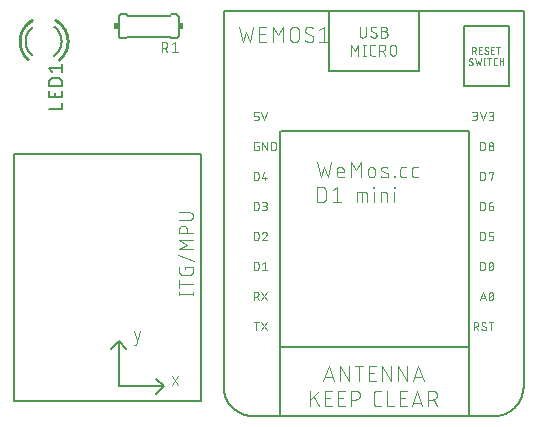
<source format=gbr>
G04 EAGLE Gerber RS-274X export*
G75*
%MOMM*%
%FSLAX34Y34*%
%LPD*%
%AMOC8*
5,1,8,0,0,1.08239X$1,22.5*%
G01*
%ADD10C,0.152400*%
%ADD11C,0.254000*%
%ADD12C,0.127000*%
%ADD13R,0.381000X0.508000*%
%ADD14C,0.101600*%
%ADD15C,0.050800*%
%ADD16C,0.203200*%
%ADD17C,0.076200*%


D10*
X97758Y330499D02*
X98058Y330718D01*
X98352Y330945D01*
X98640Y331179D01*
X98923Y331420D01*
X99200Y331667D01*
X99471Y331922D01*
X99735Y332183D01*
X99993Y332450D01*
X100244Y332723D01*
X100489Y333003D01*
X100727Y333288D01*
X100957Y333579D01*
X101181Y333876D01*
X101397Y334178D01*
X101606Y334485D01*
X101807Y334797D01*
X102001Y335114D01*
X102187Y335436D01*
X102365Y335762D01*
X102535Y336092D01*
X102697Y336426D01*
X102850Y336764D01*
X102996Y337106D01*
X103133Y337451D01*
X103261Y337800D01*
X103381Y338151D01*
X103493Y338506D01*
X103595Y338863D01*
X103690Y339222D01*
X103775Y339583D01*
X103851Y339947D01*
X103919Y340312D01*
X103977Y340679D01*
X104027Y341047D01*
X104068Y341416D01*
X104099Y341786D01*
X104122Y342157D01*
X104135Y342528D01*
X104140Y342900D01*
X104135Y343272D01*
X104122Y343643D01*
X104099Y344015D01*
X104067Y344385D01*
X104027Y344755D01*
X103977Y345123D01*
X103918Y345491D01*
X103851Y345856D01*
X103774Y346220D01*
X103688Y346582D01*
X103594Y346942D01*
X103491Y347299D01*
X103380Y347654D01*
X103259Y348006D01*
X103130Y348355D01*
X102993Y348700D01*
X102847Y349042D01*
X102693Y349381D01*
X102531Y349716D01*
X102361Y350046D01*
X102182Y350372D01*
X101996Y350694D01*
X101802Y351012D01*
X101600Y351324D01*
X101391Y351631D01*
X101174Y351933D01*
X100950Y352230D01*
X100719Y352522D01*
X100481Y352807D01*
X100235Y353087D01*
X99983Y353360D01*
X99725Y353628D01*
X99460Y353888D01*
X99189Y354143D01*
X98911Y354391D01*
X98628Y354631D01*
X98339Y354865D01*
X98044Y355092D01*
X73660Y342900D02*
X73664Y342535D01*
X73677Y342170D01*
X73699Y341806D01*
X73730Y341443D01*
X73769Y341080D01*
X73817Y340718D01*
X73874Y340358D01*
X73939Y339999D01*
X74012Y339641D01*
X74095Y339286D01*
X74185Y338933D01*
X74285Y338581D01*
X74392Y338233D01*
X74508Y337887D01*
X74632Y337544D01*
X74765Y337204D01*
X74905Y336867D01*
X75053Y336534D01*
X75210Y336204D01*
X75374Y335878D01*
X75546Y335556D01*
X75726Y335239D01*
X75913Y334926D01*
X76107Y334617D01*
X76309Y334313D01*
X76519Y334014D01*
X76735Y333720D01*
X76958Y333432D01*
X77188Y333149D01*
X77425Y332871D01*
X77668Y332599D01*
X77918Y332333D01*
X78174Y332073D01*
X78437Y331820D01*
X78705Y331572D01*
X78979Y331332D01*
X79259Y331097D01*
X79544Y330870D01*
X73660Y342900D02*
X73664Y343265D01*
X73677Y343630D01*
X73699Y343994D01*
X73730Y344357D01*
X73769Y344720D01*
X73817Y345082D01*
X73874Y345442D01*
X73939Y345801D01*
X74012Y346159D01*
X74095Y346514D01*
X74185Y346867D01*
X74285Y347219D01*
X74392Y347567D01*
X74508Y347913D01*
X74632Y348256D01*
X74765Y348596D01*
X74905Y348933D01*
X75053Y349266D01*
X75210Y349596D01*
X75374Y349922D01*
X75546Y350244D01*
X75726Y350561D01*
X75913Y350874D01*
X76107Y351183D01*
X76309Y351487D01*
X76519Y351786D01*
X76735Y352080D01*
X76958Y352368D01*
X77188Y352651D01*
X77425Y352929D01*
X77668Y353201D01*
X77918Y353467D01*
X78174Y353727D01*
X78437Y353980D01*
X78705Y354228D01*
X78979Y354468D01*
X79259Y354703D01*
X79544Y354930D01*
D11*
X109220Y342900D02*
X109214Y342406D01*
X109196Y341912D01*
X109166Y341418D01*
X109124Y340925D01*
X109070Y340434D01*
X109004Y339944D01*
X108926Y339456D01*
X108836Y338969D01*
X108735Y338485D01*
X108621Y338004D01*
X108496Y337526D01*
X108360Y337050D01*
X108212Y336579D01*
X108052Y336111D01*
X107881Y335647D01*
X107699Y335187D01*
X107506Y334732D01*
X107302Y334281D01*
X107087Y333836D01*
X106861Y333396D01*
X106624Y332962D01*
X106377Y332534D01*
X106120Y332112D01*
X105852Y331696D01*
X105574Y331287D01*
X105287Y330885D01*
X104990Y330489D01*
X104683Y330102D01*
X104367Y329721D01*
X104042Y329349D01*
X103707Y328984D01*
X103364Y328628D01*
X103013Y328281D01*
X102653Y327941D01*
X102285Y327611D01*
X101909Y327290D01*
X109220Y342900D02*
X109214Y343388D01*
X109197Y343875D01*
X109167Y344362D01*
X109126Y344849D01*
X109074Y345334D01*
X109009Y345818D01*
X108933Y346300D01*
X108846Y346780D01*
X108747Y347258D01*
X108637Y347733D01*
X108515Y348206D01*
X108382Y348675D01*
X108237Y349142D01*
X108082Y349604D01*
X107915Y350063D01*
X107738Y350518D01*
X107549Y350968D01*
X107350Y351413D01*
X107140Y351854D01*
X106920Y352290D01*
X106689Y352720D01*
X106448Y353144D01*
X106197Y353562D01*
X105936Y353975D01*
X105665Y354381D01*
X105385Y354780D01*
X105095Y355173D01*
X104795Y355558D01*
X104486Y355936D01*
X104169Y356307D01*
X103842Y356669D01*
X103507Y357024D01*
X103164Y357371D01*
X102812Y357709D01*
X102453Y358039D01*
X102085Y358360D01*
X101710Y358673D01*
X101327Y358976D01*
X100938Y359270D01*
X100541Y359554D01*
X100138Y359829D01*
X99728Y360094D01*
X99312Y360349D01*
X98890Y360594D01*
X98462Y360829D01*
X68580Y342900D02*
X68586Y342410D01*
X68604Y341920D01*
X68633Y341431D01*
X68675Y340942D01*
X68728Y340455D01*
X68792Y339969D01*
X68869Y339485D01*
X68957Y339003D01*
X69057Y338523D01*
X69168Y338045D01*
X69291Y337571D01*
X69426Y337099D01*
X69571Y336631D01*
X69728Y336167D01*
X69896Y335706D01*
X70075Y335250D01*
X70265Y334798D01*
X70466Y334351D01*
X70678Y333909D01*
X70900Y333472D01*
X71132Y333040D01*
X71375Y332614D01*
X71629Y332195D01*
X71892Y331781D01*
X72165Y331374D01*
X72448Y330974D01*
X72741Y330580D01*
X73042Y330194D01*
X73354Y329815D01*
X73674Y329444D01*
X74003Y329081D01*
X74340Y328725D01*
X74687Y328378D01*
X75041Y328040D01*
X75404Y327710D01*
X75774Y327388D01*
X68580Y342900D02*
X68586Y343397D01*
X68604Y343894D01*
X68635Y344390D01*
X68677Y344885D01*
X68732Y345379D01*
X68798Y345872D01*
X68877Y346362D01*
X68968Y346851D01*
X69070Y347337D01*
X69185Y347821D01*
X69311Y348301D01*
X69449Y348779D01*
X69598Y349253D01*
X69759Y349723D01*
X69932Y350189D01*
X70116Y350651D01*
X70311Y351108D01*
X70517Y351560D01*
X70734Y352007D01*
X70963Y352448D01*
X71201Y352884D01*
X71451Y353314D01*
X71711Y353737D01*
X71981Y354155D01*
X72261Y354565D01*
X72551Y354968D01*
X72851Y355365D01*
X73161Y355753D01*
X73480Y356134D01*
X73808Y356507D01*
X74145Y356872D01*
X74491Y357229D01*
X74846Y357577D01*
X75209Y357916D01*
X75580Y358247D01*
X75960Y358568D01*
X76347Y358880D01*
X76741Y359182D01*
X77143Y359474D01*
X77552Y359757D01*
X77967Y360029D01*
X78390Y360292D01*
X78818Y360543D01*
D12*
X93345Y285267D02*
X104775Y285267D01*
X104775Y290347D01*
X104775Y295173D02*
X104775Y300253D01*
X104775Y295173D02*
X93345Y295173D01*
X93345Y300253D01*
X98425Y298983D02*
X98425Y295173D01*
X93345Y305054D02*
X104775Y305054D01*
X93345Y305054D02*
X93345Y308229D01*
X93347Y308340D01*
X93353Y308450D01*
X93362Y308561D01*
X93376Y308671D01*
X93393Y308780D01*
X93414Y308889D01*
X93439Y308997D01*
X93468Y309104D01*
X93500Y309210D01*
X93536Y309315D01*
X93576Y309418D01*
X93619Y309520D01*
X93666Y309621D01*
X93717Y309720D01*
X93770Y309817D01*
X93827Y309911D01*
X93888Y310004D01*
X93951Y310095D01*
X94018Y310184D01*
X94088Y310270D01*
X94161Y310353D01*
X94236Y310435D01*
X94314Y310513D01*
X94396Y310588D01*
X94479Y310661D01*
X94565Y310731D01*
X94654Y310798D01*
X94745Y310861D01*
X94838Y310922D01*
X94933Y310979D01*
X95029Y311032D01*
X95128Y311083D01*
X95229Y311130D01*
X95331Y311173D01*
X95434Y311213D01*
X95539Y311249D01*
X95645Y311281D01*
X95752Y311310D01*
X95860Y311335D01*
X95969Y311356D01*
X96078Y311373D01*
X96188Y311387D01*
X96299Y311396D01*
X96409Y311402D01*
X96520Y311404D01*
X101600Y311404D01*
X101711Y311402D01*
X101821Y311396D01*
X101932Y311387D01*
X102042Y311373D01*
X102151Y311356D01*
X102260Y311335D01*
X102368Y311310D01*
X102475Y311281D01*
X102581Y311249D01*
X102686Y311213D01*
X102789Y311173D01*
X102891Y311130D01*
X102992Y311083D01*
X103091Y311032D01*
X103188Y310979D01*
X103282Y310922D01*
X103375Y310861D01*
X103466Y310798D01*
X103555Y310731D01*
X103641Y310661D01*
X103724Y310588D01*
X103806Y310513D01*
X103884Y310435D01*
X103959Y310353D01*
X104032Y310270D01*
X104102Y310184D01*
X104169Y310095D01*
X104232Y310004D01*
X104293Y309911D01*
X104350Y309817D01*
X104403Y309720D01*
X104454Y309621D01*
X104501Y309520D01*
X104544Y309418D01*
X104584Y309315D01*
X104620Y309210D01*
X104652Y309104D01*
X104681Y308997D01*
X104706Y308889D01*
X104727Y308780D01*
X104744Y308671D01*
X104758Y308561D01*
X104767Y308450D01*
X104773Y308340D01*
X104775Y308229D01*
X104775Y305054D01*
X95885Y316865D02*
X93345Y320040D01*
X104775Y320040D01*
X104775Y316865D02*
X104775Y323215D01*
D10*
X200660Y345440D02*
X200760Y345442D01*
X200859Y345448D01*
X200959Y345458D01*
X201057Y345471D01*
X201156Y345489D01*
X201253Y345510D01*
X201349Y345535D01*
X201445Y345564D01*
X201539Y345597D01*
X201632Y345633D01*
X201723Y345673D01*
X201813Y345717D01*
X201901Y345764D01*
X201987Y345814D01*
X202071Y345868D01*
X202153Y345925D01*
X202232Y345985D01*
X202310Y346049D01*
X202384Y346115D01*
X202456Y346184D01*
X202525Y346256D01*
X202591Y346330D01*
X202655Y346408D01*
X202715Y346487D01*
X202772Y346569D01*
X202826Y346653D01*
X202876Y346739D01*
X202923Y346827D01*
X202967Y346917D01*
X203007Y347008D01*
X203043Y347101D01*
X203076Y347195D01*
X203105Y347291D01*
X203130Y347387D01*
X203151Y347484D01*
X203169Y347583D01*
X203182Y347681D01*
X203192Y347781D01*
X203198Y347880D01*
X203200Y347980D01*
X203200Y363220D02*
X203198Y363320D01*
X203192Y363419D01*
X203182Y363519D01*
X203169Y363617D01*
X203151Y363716D01*
X203130Y363813D01*
X203105Y363909D01*
X203076Y364005D01*
X203043Y364099D01*
X203007Y364192D01*
X202967Y364283D01*
X202923Y364373D01*
X202876Y364461D01*
X202826Y364547D01*
X202772Y364631D01*
X202715Y364713D01*
X202655Y364792D01*
X202591Y364870D01*
X202525Y364944D01*
X202456Y365016D01*
X202384Y365085D01*
X202310Y365151D01*
X202232Y365215D01*
X202153Y365275D01*
X202071Y365332D01*
X201987Y365386D01*
X201901Y365436D01*
X201813Y365483D01*
X201723Y365527D01*
X201632Y365567D01*
X201539Y365603D01*
X201445Y365636D01*
X201349Y365665D01*
X201253Y365690D01*
X201156Y365711D01*
X201057Y365729D01*
X200959Y365742D01*
X200859Y365752D01*
X200760Y365758D01*
X200660Y365760D01*
X154940Y365760D02*
X154840Y365758D01*
X154741Y365752D01*
X154641Y365742D01*
X154543Y365729D01*
X154444Y365711D01*
X154347Y365690D01*
X154251Y365665D01*
X154155Y365636D01*
X154061Y365603D01*
X153968Y365567D01*
X153877Y365527D01*
X153787Y365483D01*
X153699Y365436D01*
X153613Y365386D01*
X153529Y365332D01*
X153447Y365275D01*
X153368Y365215D01*
X153290Y365151D01*
X153216Y365085D01*
X153144Y365016D01*
X153075Y364944D01*
X153009Y364870D01*
X152945Y364792D01*
X152885Y364713D01*
X152828Y364631D01*
X152774Y364547D01*
X152724Y364461D01*
X152677Y364373D01*
X152633Y364283D01*
X152593Y364192D01*
X152557Y364099D01*
X152524Y364005D01*
X152495Y363909D01*
X152470Y363813D01*
X152449Y363716D01*
X152431Y363617D01*
X152418Y363519D01*
X152408Y363419D01*
X152402Y363320D01*
X152400Y363220D01*
X152400Y347980D02*
X152402Y347880D01*
X152408Y347781D01*
X152418Y347681D01*
X152431Y347583D01*
X152449Y347484D01*
X152470Y347387D01*
X152495Y347291D01*
X152524Y347195D01*
X152557Y347101D01*
X152593Y347008D01*
X152633Y346917D01*
X152677Y346827D01*
X152724Y346739D01*
X152774Y346653D01*
X152828Y346569D01*
X152885Y346487D01*
X152945Y346408D01*
X153009Y346330D01*
X153075Y346256D01*
X153144Y346184D01*
X153216Y346115D01*
X153290Y346049D01*
X153368Y345985D01*
X153447Y345925D01*
X153529Y345868D01*
X153613Y345814D01*
X153699Y345764D01*
X153787Y345717D01*
X153877Y345673D01*
X153968Y345633D01*
X154061Y345597D01*
X154155Y345564D01*
X154251Y345535D01*
X154347Y345510D01*
X154444Y345489D01*
X154543Y345471D01*
X154641Y345458D01*
X154741Y345448D01*
X154840Y345442D01*
X154940Y345440D01*
X203200Y347980D02*
X203200Y363220D01*
X200660Y345440D02*
X196850Y345440D01*
X195580Y346710D01*
X196850Y365760D02*
X200660Y365760D01*
X196850Y365760D02*
X195580Y364490D01*
X160020Y346710D02*
X158750Y345440D01*
X160020Y346710D02*
X195580Y346710D01*
X160020Y364490D02*
X158750Y365760D01*
X160020Y364490D02*
X195580Y364490D01*
X158750Y345440D02*
X154940Y345440D01*
X154940Y365760D02*
X158750Y365760D01*
X152400Y363220D02*
X152400Y347980D01*
D13*
X150495Y355600D03*
X205105Y355600D03*
D14*
X188903Y342138D02*
X188903Y333248D01*
X188903Y342138D02*
X191373Y342138D01*
X191471Y342136D01*
X191569Y342130D01*
X191667Y342120D01*
X191764Y342107D01*
X191861Y342089D01*
X191957Y342068D01*
X192051Y342043D01*
X192145Y342014D01*
X192238Y341982D01*
X192329Y341945D01*
X192419Y341906D01*
X192507Y341862D01*
X192593Y341815D01*
X192678Y341765D01*
X192760Y341712D01*
X192840Y341655D01*
X192918Y341595D01*
X192993Y341532D01*
X193066Y341466D01*
X193136Y341397D01*
X193203Y341326D01*
X193268Y341252D01*
X193329Y341175D01*
X193388Y341096D01*
X193443Y341015D01*
X193495Y340932D01*
X193543Y340846D01*
X193588Y340759D01*
X193630Y340670D01*
X193668Y340580D01*
X193702Y340488D01*
X193733Y340395D01*
X193760Y340300D01*
X193783Y340205D01*
X193803Y340108D01*
X193818Y340012D01*
X193830Y339914D01*
X193838Y339816D01*
X193842Y339718D01*
X193842Y339620D01*
X193838Y339522D01*
X193830Y339424D01*
X193818Y339326D01*
X193803Y339230D01*
X193783Y339133D01*
X193760Y339038D01*
X193733Y338943D01*
X193702Y338850D01*
X193668Y338758D01*
X193630Y338668D01*
X193588Y338579D01*
X193543Y338492D01*
X193495Y338406D01*
X193443Y338323D01*
X193388Y338242D01*
X193329Y338163D01*
X193268Y338086D01*
X193203Y338012D01*
X193136Y337941D01*
X193066Y337872D01*
X192993Y337806D01*
X192918Y337743D01*
X192840Y337683D01*
X192760Y337626D01*
X192678Y337573D01*
X192593Y337523D01*
X192507Y337476D01*
X192419Y337432D01*
X192329Y337393D01*
X192238Y337356D01*
X192145Y337324D01*
X192051Y337295D01*
X191957Y337270D01*
X191861Y337249D01*
X191764Y337231D01*
X191667Y337218D01*
X191569Y337208D01*
X191471Y337202D01*
X191373Y337200D01*
X191373Y337199D02*
X188903Y337199D01*
X191867Y337199D02*
X193842Y333248D01*
X197753Y340162D02*
X200223Y342138D01*
X200223Y333248D01*
X202692Y333248D02*
X197753Y333248D01*
D12*
X222250Y247650D02*
X63500Y247650D01*
X222250Y247650D02*
X222250Y38100D01*
X63500Y38100D01*
X63500Y247650D01*
X152400Y50800D02*
X190500Y50800D01*
X184150Y57150D01*
X190500Y50800D02*
X184150Y44450D01*
X152400Y50800D02*
X152400Y88900D01*
X158750Y82550D01*
X152400Y88900D02*
X146050Y82550D01*
D14*
X197358Y51308D02*
X202551Y59097D01*
X197358Y59097D02*
X202551Y51308D01*
X166906Y85513D02*
X165608Y85513D01*
X166906Y85513D02*
X170801Y97197D01*
X165608Y97197D02*
X168204Y89408D01*
X203708Y128806D02*
X215392Y128806D01*
X215392Y127508D02*
X215392Y130104D01*
X203708Y130104D02*
X203708Y127508D01*
X203708Y137188D02*
X215392Y137188D01*
X203708Y133943D02*
X203708Y140434D01*
X208901Y149535D02*
X208901Y151483D01*
X215392Y151483D01*
X215392Y147588D01*
X215390Y147489D01*
X215384Y147389D01*
X215375Y147290D01*
X215362Y147192D01*
X215345Y147094D01*
X215324Y146996D01*
X215299Y146900D01*
X215271Y146805D01*
X215239Y146711D01*
X215204Y146618D01*
X215165Y146526D01*
X215122Y146436D01*
X215077Y146348D01*
X215027Y146261D01*
X214975Y146177D01*
X214919Y146094D01*
X214861Y146014D01*
X214799Y145936D01*
X214734Y145861D01*
X214666Y145788D01*
X214596Y145718D01*
X214523Y145650D01*
X214448Y145585D01*
X214370Y145523D01*
X214290Y145465D01*
X214207Y145409D01*
X214123Y145357D01*
X214036Y145307D01*
X213948Y145262D01*
X213858Y145219D01*
X213766Y145180D01*
X213673Y145145D01*
X213579Y145113D01*
X213484Y145085D01*
X213388Y145060D01*
X213290Y145039D01*
X213192Y145022D01*
X213094Y145009D01*
X212995Y145000D01*
X212895Y144994D01*
X212796Y144992D01*
X206304Y144992D01*
X206304Y144991D02*
X206205Y144993D01*
X206105Y144999D01*
X206006Y145008D01*
X205908Y145021D01*
X205810Y145039D01*
X205712Y145059D01*
X205616Y145084D01*
X205520Y145112D01*
X205426Y145144D01*
X205333Y145179D01*
X205242Y145218D01*
X205152Y145261D01*
X205063Y145306D01*
X204977Y145356D01*
X204892Y145408D01*
X204810Y145464D01*
X204730Y145523D01*
X204652Y145584D01*
X204576Y145649D01*
X204503Y145717D01*
X204433Y145787D01*
X204365Y145860D01*
X204300Y145936D01*
X204239Y146014D01*
X204180Y146094D01*
X204124Y146176D01*
X204072Y146261D01*
X204023Y146347D01*
X203977Y146436D01*
X203934Y146526D01*
X203895Y146617D01*
X203860Y146710D01*
X203828Y146804D01*
X203800Y146900D01*
X203775Y146996D01*
X203755Y147094D01*
X203737Y147192D01*
X203724Y147290D01*
X203715Y147389D01*
X203709Y147488D01*
X203707Y147588D01*
X203708Y147588D02*
X203708Y151483D01*
X202410Y161502D02*
X216690Y156309D01*
X215392Y166441D02*
X203708Y166441D01*
X210199Y170335D01*
X203708Y174230D01*
X215392Y174230D01*
X215392Y180213D02*
X203708Y180213D01*
X203708Y183458D01*
X203710Y183571D01*
X203716Y183684D01*
X203726Y183797D01*
X203740Y183910D01*
X203757Y184022D01*
X203779Y184133D01*
X203804Y184243D01*
X203834Y184353D01*
X203867Y184461D01*
X203904Y184568D01*
X203944Y184674D01*
X203989Y184778D01*
X204037Y184881D01*
X204088Y184982D01*
X204143Y185081D01*
X204201Y185178D01*
X204263Y185273D01*
X204328Y185366D01*
X204396Y185456D01*
X204467Y185544D01*
X204542Y185630D01*
X204619Y185713D01*
X204699Y185793D01*
X204782Y185870D01*
X204868Y185945D01*
X204956Y186016D01*
X205046Y186084D01*
X205139Y186149D01*
X205234Y186211D01*
X205331Y186269D01*
X205430Y186324D01*
X205531Y186375D01*
X205634Y186423D01*
X205738Y186468D01*
X205844Y186508D01*
X205951Y186545D01*
X206059Y186578D01*
X206169Y186608D01*
X206279Y186633D01*
X206390Y186655D01*
X206502Y186672D01*
X206615Y186686D01*
X206728Y186696D01*
X206841Y186702D01*
X206954Y186704D01*
X207067Y186702D01*
X207180Y186696D01*
X207293Y186686D01*
X207406Y186672D01*
X207518Y186655D01*
X207629Y186633D01*
X207739Y186608D01*
X207849Y186578D01*
X207957Y186545D01*
X208064Y186508D01*
X208170Y186468D01*
X208274Y186423D01*
X208377Y186375D01*
X208478Y186324D01*
X208577Y186269D01*
X208674Y186211D01*
X208769Y186149D01*
X208862Y186084D01*
X208952Y186016D01*
X209040Y185945D01*
X209126Y185870D01*
X209209Y185793D01*
X209289Y185713D01*
X209366Y185630D01*
X209441Y185544D01*
X209512Y185456D01*
X209580Y185366D01*
X209645Y185273D01*
X209707Y185178D01*
X209765Y185081D01*
X209820Y184982D01*
X209871Y184881D01*
X209919Y184778D01*
X209964Y184674D01*
X210004Y184568D01*
X210041Y184461D01*
X210074Y184353D01*
X210104Y184243D01*
X210129Y184133D01*
X210151Y184022D01*
X210168Y183910D01*
X210182Y183797D01*
X210192Y183684D01*
X210198Y183571D01*
X210200Y183458D01*
X210199Y183458D02*
X210199Y180213D01*
X212146Y191474D02*
X203708Y191474D01*
X212146Y191473D02*
X212259Y191475D01*
X212372Y191481D01*
X212485Y191491D01*
X212598Y191505D01*
X212710Y191522D01*
X212821Y191544D01*
X212931Y191569D01*
X213041Y191599D01*
X213149Y191632D01*
X213256Y191669D01*
X213362Y191709D01*
X213466Y191754D01*
X213569Y191802D01*
X213670Y191853D01*
X213769Y191908D01*
X213866Y191966D01*
X213961Y192028D01*
X214054Y192093D01*
X214144Y192161D01*
X214232Y192232D01*
X214318Y192307D01*
X214401Y192384D01*
X214481Y192464D01*
X214558Y192547D01*
X214633Y192633D01*
X214704Y192721D01*
X214772Y192811D01*
X214837Y192904D01*
X214899Y192999D01*
X214957Y193096D01*
X215012Y193195D01*
X215063Y193296D01*
X215111Y193399D01*
X215156Y193503D01*
X215196Y193609D01*
X215233Y193716D01*
X215266Y193824D01*
X215296Y193934D01*
X215321Y194044D01*
X215343Y194155D01*
X215360Y194267D01*
X215374Y194380D01*
X215384Y194493D01*
X215390Y194606D01*
X215392Y194719D01*
X215390Y194832D01*
X215384Y194945D01*
X215374Y195058D01*
X215360Y195171D01*
X215343Y195283D01*
X215321Y195394D01*
X215296Y195504D01*
X215266Y195614D01*
X215233Y195722D01*
X215196Y195829D01*
X215156Y195935D01*
X215111Y196039D01*
X215063Y196142D01*
X215012Y196243D01*
X214957Y196342D01*
X214899Y196439D01*
X214837Y196534D01*
X214772Y196627D01*
X214704Y196717D01*
X214633Y196805D01*
X214558Y196891D01*
X214481Y196974D01*
X214401Y197054D01*
X214318Y197131D01*
X214232Y197206D01*
X214144Y197277D01*
X214054Y197345D01*
X213961Y197410D01*
X213866Y197472D01*
X213769Y197530D01*
X213670Y197585D01*
X213569Y197636D01*
X213466Y197684D01*
X213362Y197729D01*
X213256Y197769D01*
X213149Y197806D01*
X213041Y197839D01*
X212931Y197869D01*
X212821Y197894D01*
X212710Y197916D01*
X212598Y197933D01*
X212485Y197947D01*
X212372Y197957D01*
X212259Y197963D01*
X212146Y197965D01*
X203708Y197965D01*
D12*
X289300Y83640D02*
X289300Y25640D01*
X449300Y25640D02*
X449300Y83640D01*
X449300Y25640D02*
X289300Y25640D01*
X289300Y83640D02*
X449300Y83640D01*
D14*
X323505Y227584D02*
X320570Y240792D01*
X326440Y236389D02*
X323505Y227584D01*
X329376Y227584D02*
X326440Y236389D01*
X332311Y240792D02*
X329376Y227584D01*
X339362Y227584D02*
X343031Y227584D01*
X339362Y227584D02*
X339271Y227586D01*
X339180Y227592D01*
X339090Y227601D01*
X339000Y227614D01*
X338910Y227631D01*
X338822Y227651D01*
X338734Y227676D01*
X338647Y227703D01*
X338562Y227735D01*
X338478Y227769D01*
X338395Y227808D01*
X338314Y227849D01*
X338235Y227894D01*
X338158Y227942D01*
X338083Y227994D01*
X338010Y228048D01*
X337939Y228105D01*
X337871Y228166D01*
X337806Y228229D01*
X337743Y228294D01*
X337682Y228362D01*
X337625Y228433D01*
X337571Y228506D01*
X337519Y228581D01*
X337471Y228658D01*
X337426Y228737D01*
X337385Y228818D01*
X337346Y228901D01*
X337312Y228985D01*
X337280Y229070D01*
X337253Y229157D01*
X337228Y229245D01*
X337208Y229333D01*
X337191Y229423D01*
X337178Y229513D01*
X337169Y229603D01*
X337163Y229694D01*
X337161Y229785D01*
X337160Y229785D02*
X337160Y233454D01*
X337162Y233561D01*
X337168Y233668D01*
X337178Y233775D01*
X337191Y233881D01*
X337209Y233987D01*
X337230Y234092D01*
X337255Y234196D01*
X337284Y234300D01*
X337317Y234402D01*
X337354Y234502D01*
X337394Y234602D01*
X337438Y234700D01*
X337485Y234796D01*
X337536Y234890D01*
X337590Y234983D01*
X337647Y235073D01*
X337708Y235162D01*
X337772Y235248D01*
X337839Y235331D01*
X337909Y235413D01*
X337982Y235491D01*
X338058Y235567D01*
X338136Y235640D01*
X338218Y235710D01*
X338301Y235777D01*
X338387Y235841D01*
X338476Y235902D01*
X338566Y235959D01*
X338659Y236013D01*
X338753Y236064D01*
X338849Y236111D01*
X338947Y236155D01*
X339047Y236195D01*
X339147Y236232D01*
X339249Y236265D01*
X339353Y236294D01*
X339457Y236319D01*
X339562Y236340D01*
X339668Y236358D01*
X339774Y236371D01*
X339881Y236381D01*
X339988Y236387D01*
X340095Y236389D01*
X340202Y236387D01*
X340309Y236381D01*
X340416Y236371D01*
X340522Y236358D01*
X340628Y236340D01*
X340733Y236319D01*
X340837Y236294D01*
X340941Y236265D01*
X341043Y236232D01*
X341143Y236195D01*
X341243Y236155D01*
X341341Y236111D01*
X341437Y236064D01*
X341531Y236013D01*
X341624Y235959D01*
X341714Y235902D01*
X341803Y235841D01*
X341889Y235777D01*
X341972Y235710D01*
X342054Y235640D01*
X342132Y235567D01*
X342208Y235491D01*
X342281Y235413D01*
X342351Y235331D01*
X342418Y235248D01*
X342482Y235162D01*
X342543Y235073D01*
X342600Y234983D01*
X342654Y234890D01*
X342705Y234796D01*
X342752Y234700D01*
X342796Y234602D01*
X342836Y234502D01*
X342873Y234402D01*
X342906Y234300D01*
X342935Y234196D01*
X342960Y234092D01*
X342981Y233987D01*
X342999Y233881D01*
X343012Y233775D01*
X343022Y233668D01*
X343028Y233561D01*
X343030Y233454D01*
X343031Y233454D02*
X343031Y231987D01*
X337160Y231987D01*
X348921Y227584D02*
X348921Y240792D01*
X353324Y233454D01*
X357726Y240792D01*
X357726Y227584D01*
X363617Y230519D02*
X363617Y233454D01*
X363619Y233561D01*
X363625Y233668D01*
X363635Y233775D01*
X363648Y233881D01*
X363666Y233987D01*
X363687Y234092D01*
X363712Y234196D01*
X363741Y234300D01*
X363774Y234402D01*
X363811Y234502D01*
X363851Y234602D01*
X363895Y234700D01*
X363942Y234796D01*
X363993Y234890D01*
X364047Y234983D01*
X364104Y235073D01*
X364165Y235162D01*
X364229Y235248D01*
X364296Y235331D01*
X364366Y235413D01*
X364439Y235491D01*
X364515Y235567D01*
X364593Y235640D01*
X364675Y235710D01*
X364758Y235777D01*
X364844Y235841D01*
X364933Y235902D01*
X365023Y235959D01*
X365116Y236013D01*
X365210Y236064D01*
X365306Y236111D01*
X365404Y236155D01*
X365504Y236195D01*
X365604Y236232D01*
X365706Y236265D01*
X365810Y236294D01*
X365914Y236319D01*
X366019Y236340D01*
X366125Y236358D01*
X366231Y236371D01*
X366338Y236381D01*
X366445Y236387D01*
X366552Y236389D01*
X366659Y236387D01*
X366766Y236381D01*
X366873Y236371D01*
X366979Y236358D01*
X367085Y236340D01*
X367190Y236319D01*
X367294Y236294D01*
X367398Y236265D01*
X367500Y236232D01*
X367600Y236195D01*
X367700Y236155D01*
X367798Y236111D01*
X367894Y236064D01*
X367988Y236013D01*
X368081Y235959D01*
X368171Y235902D01*
X368260Y235841D01*
X368346Y235777D01*
X368429Y235710D01*
X368511Y235640D01*
X368589Y235567D01*
X368665Y235491D01*
X368738Y235413D01*
X368808Y235331D01*
X368875Y235248D01*
X368939Y235162D01*
X369000Y235073D01*
X369057Y234983D01*
X369111Y234890D01*
X369162Y234796D01*
X369209Y234700D01*
X369253Y234602D01*
X369293Y234502D01*
X369330Y234402D01*
X369363Y234300D01*
X369392Y234196D01*
X369417Y234092D01*
X369438Y233987D01*
X369456Y233881D01*
X369469Y233775D01*
X369479Y233668D01*
X369485Y233561D01*
X369487Y233454D01*
X369487Y230519D01*
X369485Y230412D01*
X369479Y230305D01*
X369469Y230198D01*
X369456Y230092D01*
X369438Y229986D01*
X369417Y229881D01*
X369392Y229777D01*
X369363Y229673D01*
X369330Y229571D01*
X369293Y229471D01*
X369253Y229371D01*
X369209Y229273D01*
X369162Y229177D01*
X369111Y229083D01*
X369057Y228990D01*
X369000Y228900D01*
X368939Y228811D01*
X368875Y228725D01*
X368808Y228642D01*
X368738Y228560D01*
X368665Y228482D01*
X368589Y228406D01*
X368511Y228333D01*
X368429Y228263D01*
X368346Y228196D01*
X368260Y228132D01*
X368171Y228071D01*
X368081Y228014D01*
X367988Y227960D01*
X367894Y227909D01*
X367798Y227862D01*
X367700Y227818D01*
X367600Y227778D01*
X367500Y227741D01*
X367398Y227708D01*
X367294Y227679D01*
X367190Y227654D01*
X367085Y227633D01*
X366979Y227615D01*
X366873Y227602D01*
X366766Y227592D01*
X366659Y227586D01*
X366552Y227584D01*
X366445Y227586D01*
X366338Y227592D01*
X366231Y227602D01*
X366125Y227615D01*
X366019Y227633D01*
X365914Y227654D01*
X365810Y227679D01*
X365706Y227708D01*
X365604Y227741D01*
X365504Y227778D01*
X365404Y227818D01*
X365306Y227862D01*
X365210Y227909D01*
X365116Y227960D01*
X365023Y228014D01*
X364933Y228071D01*
X364844Y228132D01*
X364758Y228196D01*
X364675Y228263D01*
X364593Y228333D01*
X364515Y228406D01*
X364439Y228482D01*
X364366Y228560D01*
X364296Y228642D01*
X364229Y228725D01*
X364165Y228811D01*
X364104Y228900D01*
X364047Y228990D01*
X363993Y229083D01*
X363942Y229177D01*
X363895Y229273D01*
X363851Y229371D01*
X363811Y229471D01*
X363774Y229571D01*
X363741Y229673D01*
X363712Y229777D01*
X363687Y229881D01*
X363666Y229986D01*
X363648Y230092D01*
X363635Y230198D01*
X363625Y230305D01*
X363619Y230412D01*
X363617Y230519D01*
X375812Y232720D02*
X379481Y231253D01*
X375812Y232720D02*
X375733Y232754D01*
X375655Y232792D01*
X375578Y232833D01*
X375504Y232877D01*
X375432Y232925D01*
X375362Y232976D01*
X375295Y233030D01*
X375230Y233087D01*
X375167Y233148D01*
X375108Y233210D01*
X375051Y233276D01*
X374998Y233344D01*
X374947Y233414D01*
X374900Y233487D01*
X374856Y233562D01*
X374816Y233638D01*
X374779Y233717D01*
X374746Y233796D01*
X374716Y233878D01*
X374690Y233960D01*
X374668Y234044D01*
X374650Y234129D01*
X374636Y234214D01*
X374625Y234300D01*
X374619Y234386D01*
X374616Y234473D01*
X374617Y234560D01*
X374623Y234646D01*
X374632Y234732D01*
X374645Y234818D01*
X374662Y234903D01*
X374683Y234987D01*
X374707Y235070D01*
X374736Y235151D01*
X374768Y235232D01*
X374803Y235311D01*
X374843Y235388D01*
X374885Y235463D01*
X374932Y235536D01*
X374981Y235608D01*
X375033Y235676D01*
X375089Y235743D01*
X375148Y235806D01*
X375209Y235867D01*
X375273Y235926D01*
X375340Y235981D01*
X375409Y236033D01*
X375481Y236082D01*
X375554Y236127D01*
X375630Y236169D01*
X375707Y236208D01*
X375786Y236243D01*
X375867Y236275D01*
X375949Y236303D01*
X376032Y236327D01*
X376116Y236347D01*
X376201Y236363D01*
X376287Y236376D01*
X376373Y236384D01*
X376460Y236389D01*
X376546Y236390D01*
X376546Y236389D02*
X376746Y236384D01*
X376946Y236374D01*
X377146Y236359D01*
X377346Y236339D01*
X377545Y236315D01*
X377743Y236285D01*
X377940Y236251D01*
X378137Y236213D01*
X378332Y236169D01*
X378527Y236121D01*
X378720Y236068D01*
X378912Y236011D01*
X379103Y235949D01*
X379292Y235882D01*
X379479Y235811D01*
X379664Y235735D01*
X379848Y235655D01*
X379482Y231253D02*
X379561Y231219D01*
X379639Y231181D01*
X379716Y231140D01*
X379790Y231096D01*
X379862Y231048D01*
X379932Y230997D01*
X379999Y230943D01*
X380064Y230886D01*
X380127Y230825D01*
X380186Y230763D01*
X380243Y230697D01*
X380296Y230629D01*
X380347Y230559D01*
X380394Y230486D01*
X380438Y230411D01*
X380478Y230335D01*
X380515Y230256D01*
X380548Y230177D01*
X380578Y230095D01*
X380604Y230013D01*
X380626Y229929D01*
X380644Y229844D01*
X380658Y229759D01*
X380669Y229673D01*
X380675Y229587D01*
X380678Y229500D01*
X380677Y229413D01*
X380671Y229327D01*
X380662Y229241D01*
X380649Y229155D01*
X380632Y229070D01*
X380611Y228986D01*
X380587Y228903D01*
X380558Y228822D01*
X380526Y228741D01*
X380491Y228662D01*
X380451Y228585D01*
X380409Y228510D01*
X380362Y228437D01*
X380313Y228365D01*
X380261Y228297D01*
X380205Y228230D01*
X380146Y228167D01*
X380085Y228106D01*
X380021Y228047D01*
X379954Y227992D01*
X379885Y227940D01*
X379813Y227891D01*
X379740Y227846D01*
X379664Y227804D01*
X379587Y227765D01*
X379508Y227730D01*
X379427Y227698D01*
X379345Y227670D01*
X379262Y227646D01*
X379178Y227626D01*
X379093Y227610D01*
X379007Y227597D01*
X378921Y227589D01*
X378834Y227584D01*
X378748Y227583D01*
X378747Y227584D02*
X378453Y227592D01*
X378159Y227607D01*
X377865Y227628D01*
X377572Y227657D01*
X377280Y227692D01*
X376989Y227735D01*
X376699Y227784D01*
X376410Y227840D01*
X376122Y227903D01*
X375836Y227972D01*
X375552Y228049D01*
X375270Y228132D01*
X374990Y228222D01*
X374711Y228318D01*
X385388Y228318D02*
X385388Y227584D01*
X385388Y228318D02*
X386121Y228318D01*
X386121Y227584D01*
X385388Y227584D01*
X393142Y227584D02*
X396077Y227584D01*
X393142Y227584D02*
X393051Y227586D01*
X392960Y227592D01*
X392870Y227601D01*
X392780Y227614D01*
X392690Y227631D01*
X392602Y227651D01*
X392514Y227676D01*
X392427Y227703D01*
X392342Y227735D01*
X392258Y227769D01*
X392175Y227808D01*
X392094Y227849D01*
X392015Y227894D01*
X391938Y227942D01*
X391863Y227994D01*
X391790Y228048D01*
X391719Y228105D01*
X391651Y228166D01*
X391586Y228229D01*
X391523Y228294D01*
X391462Y228362D01*
X391405Y228433D01*
X391351Y228506D01*
X391299Y228581D01*
X391251Y228658D01*
X391206Y228737D01*
X391165Y228818D01*
X391126Y228901D01*
X391092Y228985D01*
X391060Y229070D01*
X391033Y229157D01*
X391008Y229245D01*
X390988Y229333D01*
X390971Y229423D01*
X390958Y229513D01*
X390949Y229603D01*
X390943Y229694D01*
X390941Y229785D01*
X390941Y234188D01*
X390943Y234279D01*
X390949Y234370D01*
X390958Y234460D01*
X390971Y234550D01*
X390988Y234640D01*
X391008Y234728D01*
X391033Y234816D01*
X391060Y234903D01*
X391092Y234988D01*
X391126Y235072D01*
X391165Y235155D01*
X391206Y235236D01*
X391251Y235315D01*
X391299Y235392D01*
X391351Y235467D01*
X391405Y235540D01*
X391462Y235611D01*
X391523Y235679D01*
X391586Y235744D01*
X391651Y235807D01*
X391719Y235868D01*
X391790Y235925D01*
X391863Y235979D01*
X391938Y236031D01*
X392015Y236079D01*
X392094Y236124D01*
X392175Y236165D01*
X392258Y236204D01*
X392342Y236238D01*
X392427Y236270D01*
X392514Y236297D01*
X392602Y236322D01*
X392690Y236342D01*
X392780Y236359D01*
X392870Y236372D01*
X392960Y236381D01*
X393051Y236387D01*
X393142Y236389D01*
X396077Y236389D01*
X402957Y227584D02*
X405892Y227584D01*
X402957Y227584D02*
X402866Y227586D01*
X402775Y227592D01*
X402685Y227601D01*
X402595Y227614D01*
X402505Y227631D01*
X402417Y227651D01*
X402329Y227676D01*
X402242Y227703D01*
X402157Y227735D01*
X402073Y227769D01*
X401990Y227808D01*
X401909Y227849D01*
X401830Y227894D01*
X401753Y227942D01*
X401678Y227994D01*
X401605Y228048D01*
X401534Y228105D01*
X401466Y228166D01*
X401401Y228229D01*
X401338Y228294D01*
X401277Y228362D01*
X401220Y228433D01*
X401166Y228506D01*
X401114Y228581D01*
X401066Y228658D01*
X401021Y228737D01*
X400980Y228818D01*
X400941Y228901D01*
X400907Y228985D01*
X400875Y229070D01*
X400848Y229157D01*
X400823Y229245D01*
X400803Y229333D01*
X400786Y229423D01*
X400773Y229513D01*
X400764Y229603D01*
X400758Y229694D01*
X400756Y229785D01*
X400756Y234188D01*
X400758Y234279D01*
X400764Y234370D01*
X400773Y234460D01*
X400786Y234550D01*
X400803Y234640D01*
X400823Y234728D01*
X400848Y234816D01*
X400875Y234903D01*
X400907Y234988D01*
X400941Y235072D01*
X400980Y235155D01*
X401021Y235236D01*
X401066Y235315D01*
X401114Y235392D01*
X401166Y235467D01*
X401220Y235540D01*
X401277Y235611D01*
X401338Y235679D01*
X401401Y235744D01*
X401466Y235807D01*
X401534Y235868D01*
X401605Y235925D01*
X401678Y235979D01*
X401753Y236031D01*
X401830Y236079D01*
X401909Y236124D01*
X401990Y236165D01*
X402073Y236204D01*
X402157Y236238D01*
X402242Y236270D01*
X402329Y236297D01*
X402417Y236322D01*
X402505Y236342D01*
X402595Y236359D01*
X402685Y236372D01*
X402775Y236381D01*
X402866Y236387D01*
X402957Y236389D01*
X405892Y236389D01*
X320570Y219456D02*
X320570Y206248D01*
X320570Y219456D02*
X324239Y219456D01*
X324359Y219454D01*
X324479Y219448D01*
X324599Y219438D01*
X324718Y219425D01*
X324837Y219407D01*
X324955Y219386D01*
X325072Y219360D01*
X325189Y219331D01*
X325304Y219298D01*
X325418Y219261D01*
X325531Y219221D01*
X325643Y219177D01*
X325753Y219129D01*
X325862Y219078D01*
X325969Y219023D01*
X326074Y218964D01*
X326176Y218903D01*
X326277Y218838D01*
X326376Y218769D01*
X326473Y218698D01*
X326567Y218623D01*
X326658Y218546D01*
X326747Y218465D01*
X326833Y218381D01*
X326917Y218295D01*
X326998Y218206D01*
X327075Y218115D01*
X327150Y218021D01*
X327221Y217924D01*
X327290Y217825D01*
X327355Y217724D01*
X327416Y217622D01*
X327475Y217517D01*
X327530Y217410D01*
X327581Y217301D01*
X327629Y217191D01*
X327673Y217079D01*
X327713Y216966D01*
X327750Y216852D01*
X327783Y216737D01*
X327812Y216620D01*
X327838Y216503D01*
X327859Y216385D01*
X327877Y216266D01*
X327890Y216147D01*
X327900Y216027D01*
X327906Y215907D01*
X327908Y215787D01*
X327908Y209917D01*
X327906Y209797D01*
X327900Y209677D01*
X327890Y209557D01*
X327877Y209438D01*
X327859Y209319D01*
X327838Y209201D01*
X327812Y209084D01*
X327783Y208967D01*
X327750Y208852D01*
X327713Y208738D01*
X327673Y208625D01*
X327629Y208513D01*
X327581Y208403D01*
X327530Y208294D01*
X327475Y208187D01*
X327416Y208083D01*
X327355Y207980D01*
X327290Y207879D01*
X327221Y207780D01*
X327150Y207683D01*
X327075Y207589D01*
X326998Y207498D01*
X326917Y207409D01*
X326833Y207323D01*
X326747Y207239D01*
X326658Y207158D01*
X326567Y207081D01*
X326473Y207006D01*
X326376Y206935D01*
X326277Y206866D01*
X326176Y206801D01*
X326074Y206740D01*
X325969Y206681D01*
X325862Y206626D01*
X325753Y206575D01*
X325643Y206527D01*
X325531Y206483D01*
X325418Y206443D01*
X325304Y206406D01*
X325189Y206373D01*
X325072Y206344D01*
X324955Y206318D01*
X324837Y206297D01*
X324718Y206279D01*
X324599Y206266D01*
X324479Y206256D01*
X324359Y206250D01*
X324239Y206248D01*
X320570Y206248D01*
X333798Y216521D02*
X337467Y219456D01*
X337467Y206248D01*
X333798Y206248D02*
X341136Y206248D01*
X353974Y206248D02*
X353974Y215053D01*
X360578Y215053D01*
X360669Y215051D01*
X360760Y215045D01*
X360850Y215036D01*
X360940Y215023D01*
X361030Y215006D01*
X361118Y214986D01*
X361206Y214961D01*
X361293Y214934D01*
X361378Y214902D01*
X361462Y214868D01*
X361545Y214829D01*
X361626Y214788D01*
X361705Y214743D01*
X361782Y214695D01*
X361857Y214643D01*
X361930Y214589D01*
X362001Y214532D01*
X362069Y214471D01*
X362134Y214408D01*
X362197Y214343D01*
X362258Y214275D01*
X362315Y214204D01*
X362369Y214131D01*
X362421Y214056D01*
X362469Y213979D01*
X362514Y213900D01*
X362555Y213819D01*
X362594Y213736D01*
X362628Y213652D01*
X362660Y213567D01*
X362687Y213480D01*
X362712Y213392D01*
X362732Y213304D01*
X362749Y213214D01*
X362762Y213124D01*
X362771Y213034D01*
X362777Y212943D01*
X362779Y212852D01*
X362779Y206248D01*
X358377Y206248D02*
X358377Y215053D01*
X368618Y215053D02*
X368618Y206248D01*
X368251Y218722D02*
X368251Y219456D01*
X368985Y219456D01*
X368985Y218722D01*
X368251Y218722D01*
X374217Y215053D02*
X374217Y206248D01*
X374217Y215053D02*
X377886Y215053D01*
X377979Y215051D01*
X378073Y215045D01*
X378166Y215035D01*
X378258Y215021D01*
X378350Y215004D01*
X378441Y214982D01*
X378530Y214957D01*
X378619Y214927D01*
X378707Y214894D01*
X378793Y214858D01*
X378877Y214817D01*
X378959Y214774D01*
X379040Y214726D01*
X379118Y214676D01*
X379195Y214622D01*
X379269Y214564D01*
X379340Y214504D01*
X379409Y214441D01*
X379475Y214375D01*
X379538Y214306D01*
X379598Y214235D01*
X379656Y214161D01*
X379710Y214085D01*
X379760Y214006D01*
X379807Y213925D01*
X379851Y213843D01*
X379892Y213759D01*
X379928Y213673D01*
X379961Y213585D01*
X379991Y213497D01*
X380016Y213407D01*
X380038Y213316D01*
X380055Y213224D01*
X380069Y213132D01*
X380079Y213039D01*
X380085Y212945D01*
X380087Y212852D01*
X380087Y206248D01*
X385687Y206248D02*
X385687Y215053D01*
X385320Y218722D02*
X385320Y219456D01*
X386054Y219456D01*
X386054Y218722D01*
X385320Y218722D01*
X257443Y341884D02*
X254508Y355092D01*
X260378Y350689D02*
X257443Y341884D01*
X263313Y341884D02*
X260378Y350689D01*
X266248Y355092D02*
X263313Y341884D01*
X271668Y341884D02*
X277539Y341884D01*
X271668Y341884D02*
X271668Y355092D01*
X277539Y355092D01*
X276071Y349222D02*
X271668Y349222D01*
X282859Y355092D02*
X282859Y341884D01*
X287262Y347754D02*
X282859Y355092D01*
X287262Y347754D02*
X291664Y355092D01*
X291664Y341884D01*
X297674Y345553D02*
X297674Y351423D01*
X297676Y351543D01*
X297682Y351663D01*
X297692Y351783D01*
X297705Y351902D01*
X297723Y352021D01*
X297744Y352139D01*
X297770Y352256D01*
X297799Y352373D01*
X297832Y352488D01*
X297869Y352602D01*
X297909Y352715D01*
X297953Y352827D01*
X298001Y352937D01*
X298052Y353046D01*
X298107Y353153D01*
X298166Y353258D01*
X298227Y353360D01*
X298292Y353461D01*
X298361Y353560D01*
X298432Y353657D01*
X298507Y353751D01*
X298584Y353842D01*
X298665Y353931D01*
X298749Y354017D01*
X298835Y354101D01*
X298924Y354182D01*
X299015Y354259D01*
X299109Y354334D01*
X299206Y354405D01*
X299305Y354474D01*
X299406Y354539D01*
X299509Y354600D01*
X299613Y354659D01*
X299720Y354714D01*
X299829Y354765D01*
X299939Y354813D01*
X300051Y354857D01*
X300164Y354897D01*
X300278Y354934D01*
X300393Y354967D01*
X300510Y354996D01*
X300627Y355022D01*
X300745Y355043D01*
X300864Y355061D01*
X300983Y355074D01*
X301103Y355084D01*
X301223Y355090D01*
X301343Y355092D01*
X301463Y355090D01*
X301583Y355084D01*
X301703Y355074D01*
X301822Y355061D01*
X301941Y355043D01*
X302059Y355022D01*
X302176Y354996D01*
X302293Y354967D01*
X302408Y354934D01*
X302522Y354897D01*
X302635Y354857D01*
X302747Y354813D01*
X302857Y354765D01*
X302966Y354714D01*
X303073Y354659D01*
X303178Y354600D01*
X303280Y354539D01*
X303381Y354474D01*
X303480Y354405D01*
X303577Y354334D01*
X303671Y354259D01*
X303762Y354182D01*
X303851Y354101D01*
X303937Y354017D01*
X304021Y353931D01*
X304102Y353842D01*
X304179Y353751D01*
X304254Y353657D01*
X304325Y353560D01*
X304394Y353461D01*
X304459Y353360D01*
X304520Y353258D01*
X304579Y353153D01*
X304634Y353046D01*
X304685Y352937D01*
X304733Y352827D01*
X304777Y352715D01*
X304817Y352602D01*
X304854Y352488D01*
X304887Y352373D01*
X304916Y352256D01*
X304942Y352139D01*
X304963Y352021D01*
X304981Y351902D01*
X304994Y351783D01*
X305004Y351663D01*
X305010Y351543D01*
X305012Y351423D01*
X305012Y345553D01*
X305010Y345433D01*
X305004Y345313D01*
X304994Y345193D01*
X304981Y345074D01*
X304963Y344955D01*
X304942Y344837D01*
X304916Y344720D01*
X304887Y344603D01*
X304854Y344488D01*
X304817Y344374D01*
X304777Y344261D01*
X304733Y344149D01*
X304685Y344039D01*
X304634Y343930D01*
X304579Y343823D01*
X304520Y343719D01*
X304459Y343616D01*
X304394Y343515D01*
X304325Y343416D01*
X304254Y343319D01*
X304179Y343225D01*
X304102Y343134D01*
X304021Y343045D01*
X303937Y342959D01*
X303851Y342875D01*
X303762Y342794D01*
X303671Y342717D01*
X303577Y342642D01*
X303480Y342571D01*
X303381Y342502D01*
X303280Y342437D01*
X303178Y342376D01*
X303073Y342317D01*
X302966Y342262D01*
X302857Y342211D01*
X302747Y342163D01*
X302635Y342119D01*
X302522Y342079D01*
X302408Y342042D01*
X302293Y342009D01*
X302176Y341980D01*
X302059Y341954D01*
X301941Y341933D01*
X301822Y341915D01*
X301703Y341902D01*
X301583Y341892D01*
X301463Y341886D01*
X301343Y341884D01*
X301223Y341886D01*
X301103Y341892D01*
X300983Y341902D01*
X300864Y341915D01*
X300745Y341933D01*
X300627Y341954D01*
X300510Y341980D01*
X300393Y342009D01*
X300278Y342042D01*
X300164Y342079D01*
X300051Y342119D01*
X299939Y342163D01*
X299829Y342211D01*
X299720Y342262D01*
X299613Y342317D01*
X299509Y342376D01*
X299406Y342437D01*
X299305Y342502D01*
X299206Y342571D01*
X299109Y342642D01*
X299015Y342717D01*
X298924Y342794D01*
X298835Y342875D01*
X298749Y342959D01*
X298665Y343045D01*
X298584Y343134D01*
X298507Y343225D01*
X298432Y343319D01*
X298361Y343416D01*
X298292Y343515D01*
X298227Y343616D01*
X298166Y343719D01*
X298107Y343823D01*
X298052Y343930D01*
X298001Y344039D01*
X297953Y344149D01*
X297909Y344261D01*
X297869Y344374D01*
X297832Y344488D01*
X297799Y344603D01*
X297770Y344720D01*
X297744Y344837D01*
X297723Y344955D01*
X297705Y345074D01*
X297692Y345193D01*
X297682Y345313D01*
X297676Y345433D01*
X297674Y345553D01*
X314452Y341884D02*
X314559Y341886D01*
X314666Y341892D01*
X314773Y341902D01*
X314879Y341915D01*
X314985Y341933D01*
X315090Y341954D01*
X315194Y341979D01*
X315298Y342008D01*
X315400Y342041D01*
X315500Y342078D01*
X315600Y342118D01*
X315698Y342162D01*
X315794Y342209D01*
X315888Y342260D01*
X315981Y342314D01*
X316071Y342371D01*
X316160Y342432D01*
X316246Y342496D01*
X316329Y342563D01*
X316411Y342633D01*
X316489Y342706D01*
X316565Y342782D01*
X316638Y342860D01*
X316708Y342942D01*
X316775Y343025D01*
X316839Y343111D01*
X316900Y343200D01*
X316957Y343290D01*
X317011Y343383D01*
X317062Y343477D01*
X317109Y343573D01*
X317153Y343671D01*
X317193Y343771D01*
X317230Y343871D01*
X317263Y343973D01*
X317292Y344077D01*
X317317Y344181D01*
X317338Y344286D01*
X317356Y344392D01*
X317369Y344498D01*
X317379Y344605D01*
X317385Y344712D01*
X317387Y344819D01*
X314452Y341884D02*
X314299Y341886D01*
X314146Y341892D01*
X313994Y341901D01*
X313841Y341914D01*
X313689Y341931D01*
X313538Y341952D01*
X313386Y341976D01*
X313236Y342004D01*
X313086Y342036D01*
X312938Y342072D01*
X312790Y342111D01*
X312643Y342154D01*
X312497Y342200D01*
X312353Y342250D01*
X312209Y342304D01*
X312067Y342361D01*
X311927Y342421D01*
X311788Y342486D01*
X311651Y342553D01*
X311515Y342624D01*
X311381Y342698D01*
X311249Y342775D01*
X311119Y342856D01*
X310991Y342940D01*
X310865Y343027D01*
X310742Y343117D01*
X310620Y343210D01*
X310501Y343306D01*
X310385Y343405D01*
X310270Y343506D01*
X310159Y343611D01*
X310050Y343718D01*
X310416Y352157D02*
X310418Y352264D01*
X310424Y352371D01*
X310434Y352478D01*
X310447Y352584D01*
X310465Y352690D01*
X310486Y352795D01*
X310511Y352899D01*
X310540Y353003D01*
X310573Y353105D01*
X310610Y353205D01*
X310650Y353305D01*
X310694Y353403D01*
X310741Y353499D01*
X310792Y353593D01*
X310846Y353686D01*
X310903Y353776D01*
X310964Y353865D01*
X311028Y353951D01*
X311095Y354034D01*
X311165Y354116D01*
X311238Y354194D01*
X311314Y354270D01*
X311392Y354343D01*
X311474Y354413D01*
X311557Y354480D01*
X311643Y354544D01*
X311732Y354605D01*
X311822Y354662D01*
X311915Y354716D01*
X312009Y354767D01*
X312105Y354814D01*
X312203Y354858D01*
X312303Y354898D01*
X312403Y354935D01*
X312505Y354968D01*
X312609Y354997D01*
X312713Y355022D01*
X312818Y355043D01*
X312924Y355061D01*
X313030Y355074D01*
X313137Y355084D01*
X313244Y355090D01*
X313351Y355092D01*
X313499Y355090D01*
X313646Y355084D01*
X313793Y355074D01*
X313940Y355060D01*
X314087Y355043D01*
X314232Y355021D01*
X314378Y354995D01*
X314522Y354966D01*
X314666Y354933D01*
X314809Y354895D01*
X314951Y354854D01*
X315091Y354810D01*
X315231Y354761D01*
X315369Y354709D01*
X315505Y354653D01*
X315640Y354593D01*
X315773Y354530D01*
X315905Y354463D01*
X316035Y354393D01*
X316163Y354320D01*
X316288Y354242D01*
X316412Y354162D01*
X316534Y354078D01*
X316653Y353991D01*
X311884Y349589D02*
X311793Y349645D01*
X311704Y349704D01*
X311617Y349766D01*
X311533Y349831D01*
X311450Y349899D01*
X311371Y349970D01*
X311294Y350044D01*
X311220Y350121D01*
X311148Y350200D01*
X311080Y350282D01*
X311014Y350366D01*
X310951Y350453D01*
X310892Y350541D01*
X310836Y350632D01*
X310783Y350725D01*
X310733Y350819D01*
X310687Y350915D01*
X310644Y351013D01*
X310605Y351112D01*
X310569Y351213D01*
X310537Y351315D01*
X310509Y351418D01*
X310485Y351522D01*
X310464Y351626D01*
X310447Y351732D01*
X310433Y351837D01*
X310424Y351944D01*
X310418Y352050D01*
X310416Y352157D01*
X315919Y347387D02*
X316010Y347331D01*
X316099Y347272D01*
X316186Y347210D01*
X316270Y347145D01*
X316353Y347077D01*
X316432Y347006D01*
X316509Y346932D01*
X316583Y346855D01*
X316655Y346776D01*
X316723Y346694D01*
X316789Y346610D01*
X316852Y346523D01*
X316911Y346435D01*
X316967Y346344D01*
X317020Y346251D01*
X317070Y346157D01*
X317116Y346061D01*
X317159Y345963D01*
X317198Y345864D01*
X317234Y345763D01*
X317266Y345661D01*
X317294Y345558D01*
X317318Y345454D01*
X317339Y345350D01*
X317356Y345244D01*
X317370Y345139D01*
X317379Y345032D01*
X317385Y344926D01*
X317387Y344819D01*
X315919Y347387D02*
X311884Y349589D01*
X322424Y352157D02*
X326093Y355092D01*
X326093Y341884D01*
X322424Y341884D02*
X329762Y341884D01*
D12*
X449326Y266700D02*
X449326Y83566D01*
X289560Y83566D02*
X289306Y83566D01*
X289306Y266700D01*
X241300Y368300D02*
X241300Y50800D01*
X266700Y25400D02*
X469900Y25400D01*
X470514Y25407D01*
X471127Y25430D01*
X471740Y25467D01*
X472351Y25519D01*
X472962Y25585D01*
X473570Y25667D01*
X474176Y25763D01*
X474780Y25873D01*
X475381Y25998D01*
X475979Y26138D01*
X476573Y26292D01*
X477163Y26461D01*
X477749Y26643D01*
X478330Y26840D01*
X478907Y27051D01*
X479478Y27275D01*
X480044Y27513D01*
X480604Y27765D01*
X481157Y28031D01*
X481704Y28309D01*
X482244Y28601D01*
X482777Y28906D01*
X483302Y29224D01*
X483820Y29554D01*
X484329Y29896D01*
X484830Y30251D01*
X485322Y30618D01*
X485805Y30996D01*
X486279Y31386D01*
X486743Y31788D01*
X487198Y32200D01*
X487642Y32624D01*
X488076Y33058D01*
X488500Y33502D01*
X488912Y33957D01*
X489314Y34421D01*
X489704Y34895D01*
X490082Y35378D01*
X490449Y35870D01*
X490804Y36371D01*
X491146Y36880D01*
X491476Y37398D01*
X491794Y37923D01*
X492099Y38456D01*
X492391Y38996D01*
X492669Y39543D01*
X492935Y40096D01*
X493187Y40656D01*
X493425Y41222D01*
X493649Y41793D01*
X493860Y42370D01*
X494057Y42951D01*
X494239Y43537D01*
X494408Y44127D01*
X494562Y44721D01*
X494702Y45319D01*
X494827Y45920D01*
X494937Y46524D01*
X495033Y47130D01*
X495115Y47738D01*
X495181Y48349D01*
X495233Y48960D01*
X495270Y49573D01*
X495293Y50186D01*
X495300Y50800D01*
X266700Y25400D02*
X266086Y25407D01*
X265473Y25430D01*
X264860Y25467D01*
X264249Y25519D01*
X263638Y25585D01*
X263030Y25667D01*
X262424Y25763D01*
X261820Y25873D01*
X261219Y25998D01*
X260621Y26138D01*
X260027Y26292D01*
X259437Y26461D01*
X258851Y26643D01*
X258270Y26840D01*
X257693Y27051D01*
X257122Y27275D01*
X256556Y27513D01*
X255996Y27765D01*
X255443Y28031D01*
X254896Y28309D01*
X254356Y28601D01*
X253823Y28906D01*
X253298Y29224D01*
X252780Y29554D01*
X252271Y29896D01*
X251770Y30251D01*
X251278Y30618D01*
X250795Y30996D01*
X250321Y31386D01*
X249857Y31788D01*
X249402Y32200D01*
X248958Y32624D01*
X248524Y33058D01*
X248100Y33502D01*
X247688Y33957D01*
X247286Y34421D01*
X246896Y34895D01*
X246518Y35378D01*
X246151Y35870D01*
X245796Y36371D01*
X245454Y36880D01*
X245124Y37398D01*
X244806Y37923D01*
X244501Y38456D01*
X244209Y38996D01*
X243931Y39543D01*
X243665Y40096D01*
X243413Y40656D01*
X243175Y41222D01*
X242951Y41793D01*
X242740Y42370D01*
X242543Y42951D01*
X242361Y43537D01*
X242192Y44127D01*
X242038Y44721D01*
X241898Y45319D01*
X241773Y45920D01*
X241663Y46524D01*
X241567Y47130D01*
X241485Y47738D01*
X241419Y48349D01*
X241367Y48960D01*
X241330Y49573D01*
X241307Y50186D01*
X241300Y50800D01*
X495300Y50800D02*
X495300Y368300D01*
X241300Y368300D01*
X289560Y266700D02*
X449326Y266700D01*
D15*
X452934Y105156D02*
X452934Y98044D01*
X452934Y105156D02*
X454909Y105156D01*
X454996Y105154D01*
X455084Y105148D01*
X455171Y105139D01*
X455257Y105125D01*
X455343Y105108D01*
X455427Y105087D01*
X455511Y105062D01*
X455594Y105033D01*
X455675Y105001D01*
X455755Y104966D01*
X455833Y104927D01*
X455910Y104884D01*
X455984Y104838D01*
X456056Y104789D01*
X456126Y104737D01*
X456194Y104681D01*
X456259Y104623D01*
X456322Y104562D01*
X456381Y104498D01*
X456438Y104431D01*
X456492Y104363D01*
X456543Y104291D01*
X456590Y104218D01*
X456635Y104143D01*
X456676Y104065D01*
X456713Y103986D01*
X456747Y103906D01*
X456777Y103824D01*
X456804Y103741D01*
X456827Y103656D01*
X456846Y103571D01*
X456861Y103485D01*
X456873Y103398D01*
X456881Y103311D01*
X456885Y103224D01*
X456885Y103136D01*
X456881Y103049D01*
X456873Y102962D01*
X456861Y102875D01*
X456846Y102789D01*
X456827Y102704D01*
X456804Y102619D01*
X456777Y102536D01*
X456747Y102454D01*
X456713Y102374D01*
X456676Y102295D01*
X456635Y102217D01*
X456590Y102142D01*
X456543Y102069D01*
X456492Y101997D01*
X456438Y101929D01*
X456381Y101862D01*
X456322Y101798D01*
X456259Y101737D01*
X456194Y101679D01*
X456126Y101623D01*
X456056Y101571D01*
X455984Y101522D01*
X455910Y101476D01*
X455833Y101433D01*
X455755Y101394D01*
X455675Y101359D01*
X455594Y101327D01*
X455511Y101298D01*
X455427Y101273D01*
X455343Y101252D01*
X455257Y101235D01*
X455171Y101221D01*
X455084Y101212D01*
X454996Y101206D01*
X454909Y101204D01*
X454909Y101205D02*
X452934Y101205D01*
X455305Y101205D02*
X456885Y98044D01*
X461893Y98044D02*
X461971Y98046D01*
X462048Y98052D01*
X462125Y98061D01*
X462201Y98074D01*
X462277Y98091D01*
X462352Y98112D01*
X462425Y98136D01*
X462498Y98164D01*
X462569Y98196D01*
X462638Y98231D01*
X462705Y98269D01*
X462771Y98310D01*
X462834Y98355D01*
X462895Y98403D01*
X462954Y98453D01*
X463010Y98507D01*
X463064Y98563D01*
X463114Y98622D01*
X463162Y98683D01*
X463207Y98746D01*
X463248Y98812D01*
X463286Y98879D01*
X463321Y98948D01*
X463353Y99019D01*
X463381Y99092D01*
X463405Y99165D01*
X463426Y99240D01*
X463443Y99316D01*
X463456Y99392D01*
X463465Y99469D01*
X463471Y99546D01*
X463473Y99624D01*
X461893Y98044D02*
X461778Y98046D01*
X461664Y98052D01*
X461550Y98062D01*
X461436Y98075D01*
X461323Y98093D01*
X461210Y98115D01*
X461098Y98140D01*
X460988Y98169D01*
X460878Y98202D01*
X460769Y98239D01*
X460662Y98279D01*
X460556Y98323D01*
X460452Y98371D01*
X460349Y98422D01*
X460249Y98477D01*
X460150Y98535D01*
X460053Y98597D01*
X459959Y98661D01*
X459866Y98729D01*
X459776Y98801D01*
X459689Y98875D01*
X459604Y98952D01*
X459522Y99032D01*
X459721Y103576D02*
X459723Y103654D01*
X459729Y103731D01*
X459738Y103808D01*
X459751Y103884D01*
X459768Y103960D01*
X459789Y104035D01*
X459813Y104108D01*
X459841Y104181D01*
X459873Y104252D01*
X459908Y104321D01*
X459946Y104388D01*
X459987Y104454D01*
X460032Y104517D01*
X460080Y104578D01*
X460130Y104637D01*
X460184Y104693D01*
X460240Y104747D01*
X460299Y104797D01*
X460360Y104845D01*
X460423Y104890D01*
X460489Y104931D01*
X460556Y104969D01*
X460625Y105004D01*
X460696Y105036D01*
X460769Y105064D01*
X460842Y105088D01*
X460917Y105109D01*
X460993Y105126D01*
X461069Y105139D01*
X461146Y105148D01*
X461224Y105154D01*
X461301Y105156D01*
X461407Y105154D01*
X461513Y105148D01*
X461618Y105139D01*
X461723Y105126D01*
X461828Y105109D01*
X461932Y105088D01*
X462035Y105064D01*
X462137Y105036D01*
X462238Y105004D01*
X462338Y104969D01*
X462436Y104930D01*
X462534Y104887D01*
X462629Y104842D01*
X462723Y104793D01*
X462815Y104740D01*
X462905Y104684D01*
X462993Y104625D01*
X463079Y104563D01*
X460510Y102193D02*
X460443Y102235D01*
X460378Y102280D01*
X460315Y102329D01*
X460254Y102380D01*
X460197Y102435D01*
X460142Y102492D01*
X460089Y102552D01*
X460040Y102614D01*
X459994Y102679D01*
X459952Y102745D01*
X459912Y102814D01*
X459876Y102885D01*
X459844Y102958D01*
X459815Y103032D01*
X459790Y103107D01*
X459769Y103183D01*
X459751Y103261D01*
X459738Y103339D01*
X459728Y103418D01*
X459722Y103497D01*
X459720Y103576D01*
X462684Y101007D02*
X462751Y100965D01*
X462816Y100920D01*
X462879Y100871D01*
X462940Y100820D01*
X462997Y100765D01*
X463052Y100708D01*
X463105Y100648D01*
X463154Y100586D01*
X463200Y100521D01*
X463242Y100455D01*
X463282Y100386D01*
X463318Y100315D01*
X463350Y100242D01*
X463379Y100168D01*
X463404Y100093D01*
X463425Y100017D01*
X463443Y99939D01*
X463456Y99861D01*
X463466Y99782D01*
X463472Y99703D01*
X463474Y99624D01*
X462684Y101007D02*
X460510Y102193D01*
X467670Y105156D02*
X467670Y98044D01*
X465695Y105156D02*
X469646Y105156D01*
X458442Y123444D02*
X460813Y130556D01*
X463183Y123444D01*
X462591Y125222D02*
X459035Y125222D01*
X465695Y127000D02*
X465697Y127148D01*
X465702Y127295D01*
X465712Y127443D01*
X465725Y127590D01*
X465741Y127737D01*
X465762Y127883D01*
X465786Y128029D01*
X465814Y128174D01*
X465845Y128318D01*
X465880Y128461D01*
X465919Y128604D01*
X465961Y128745D01*
X466007Y128886D01*
X466056Y129025D01*
X466109Y129163D01*
X466165Y129300D01*
X466225Y129435D01*
X466288Y129568D01*
X466287Y129568D02*
X466313Y129639D01*
X466343Y129708D01*
X466377Y129776D01*
X466414Y129842D01*
X466454Y129906D01*
X466498Y129968D01*
X466544Y130027D01*
X466594Y130084D01*
X466647Y130138D01*
X466702Y130190D01*
X466760Y130238D01*
X466820Y130284D01*
X466883Y130326D01*
X466948Y130365D01*
X467014Y130401D01*
X467083Y130433D01*
X467152Y130461D01*
X467224Y130486D01*
X467296Y130507D01*
X467370Y130525D01*
X467444Y130538D01*
X467519Y130548D01*
X467594Y130554D01*
X467670Y130556D01*
X467746Y130554D01*
X467821Y130548D01*
X467896Y130538D01*
X467970Y130525D01*
X468044Y130507D01*
X468116Y130486D01*
X468187Y130461D01*
X468257Y130433D01*
X468326Y130401D01*
X468392Y130365D01*
X468457Y130326D01*
X468520Y130284D01*
X468580Y130238D01*
X468638Y130190D01*
X468693Y130138D01*
X468746Y130084D01*
X468796Y130027D01*
X468842Y129968D01*
X468886Y129906D01*
X468926Y129842D01*
X468963Y129776D01*
X468997Y129708D01*
X469027Y129639D01*
X469053Y129568D01*
X469116Y129435D01*
X469176Y129300D01*
X469232Y129163D01*
X469285Y129025D01*
X469334Y128886D01*
X469380Y128745D01*
X469422Y128604D01*
X469461Y128461D01*
X469496Y128318D01*
X469527Y128174D01*
X469555Y128029D01*
X469579Y127883D01*
X469600Y127737D01*
X469616Y127590D01*
X469629Y127443D01*
X469639Y127295D01*
X469644Y127148D01*
X469646Y127000D01*
X465695Y127000D02*
X465697Y126852D01*
X465702Y126705D01*
X465712Y126557D01*
X465725Y126410D01*
X465741Y126263D01*
X465762Y126117D01*
X465786Y125972D01*
X465814Y125826D01*
X465845Y125682D01*
X465880Y125539D01*
X465919Y125396D01*
X465961Y125255D01*
X466007Y125114D01*
X466056Y124975D01*
X466109Y124837D01*
X466165Y124700D01*
X466225Y124565D01*
X466288Y124432D01*
X466287Y124432D02*
X466313Y124361D01*
X466343Y124292D01*
X466377Y124224D01*
X466414Y124158D01*
X466454Y124094D01*
X466498Y124032D01*
X466544Y123973D01*
X466594Y123916D01*
X466647Y123862D01*
X466702Y123810D01*
X466760Y123762D01*
X466820Y123716D01*
X466883Y123674D01*
X466948Y123635D01*
X467014Y123599D01*
X467083Y123567D01*
X467153Y123539D01*
X467224Y123514D01*
X467296Y123493D01*
X467370Y123475D01*
X467444Y123462D01*
X467519Y123452D01*
X467594Y123446D01*
X467670Y123444D01*
X469053Y124432D02*
X469116Y124565D01*
X469176Y124700D01*
X469232Y124837D01*
X469285Y124975D01*
X469334Y125114D01*
X469380Y125255D01*
X469422Y125396D01*
X469461Y125539D01*
X469496Y125682D01*
X469527Y125826D01*
X469555Y125972D01*
X469579Y126117D01*
X469600Y126263D01*
X469616Y126410D01*
X469629Y126557D01*
X469639Y126705D01*
X469644Y126852D01*
X469646Y127000D01*
X469053Y124432D02*
X469027Y124361D01*
X468997Y124292D01*
X468963Y124224D01*
X468926Y124158D01*
X468886Y124094D01*
X468842Y124032D01*
X468796Y123973D01*
X468746Y123916D01*
X468693Y123862D01*
X468638Y123810D01*
X468580Y123762D01*
X468520Y123716D01*
X468457Y123674D01*
X468392Y123635D01*
X468326Y123599D01*
X468257Y123567D01*
X468187Y123539D01*
X468116Y123514D01*
X468044Y123493D01*
X467970Y123475D01*
X467896Y123462D01*
X467821Y123452D01*
X467746Y123446D01*
X467670Y123444D01*
X466090Y125024D02*
X469251Y128976D01*
X458608Y148844D02*
X458608Y155956D01*
X460584Y155956D01*
X460670Y155954D01*
X460756Y155948D01*
X460842Y155939D01*
X460927Y155926D01*
X461012Y155909D01*
X461095Y155889D01*
X461178Y155865D01*
X461260Y155837D01*
X461340Y155806D01*
X461419Y155771D01*
X461496Y155733D01*
X461572Y155691D01*
X461646Y155647D01*
X461717Y155599D01*
X461787Y155548D01*
X461854Y155494D01*
X461919Y155437D01*
X461981Y155377D01*
X462041Y155315D01*
X462098Y155250D01*
X462152Y155183D01*
X462203Y155113D01*
X462251Y155042D01*
X462295Y154968D01*
X462337Y154892D01*
X462375Y154815D01*
X462410Y154736D01*
X462441Y154656D01*
X462469Y154574D01*
X462493Y154491D01*
X462513Y154408D01*
X462530Y154323D01*
X462543Y154238D01*
X462552Y154152D01*
X462558Y154066D01*
X462560Y153980D01*
X462559Y153980D02*
X462559Y150820D01*
X462560Y150820D02*
X462558Y150734D01*
X462552Y150648D01*
X462543Y150562D01*
X462530Y150477D01*
X462513Y150392D01*
X462493Y150309D01*
X462469Y150226D01*
X462441Y150144D01*
X462410Y150064D01*
X462375Y149985D01*
X462337Y149908D01*
X462295Y149832D01*
X462251Y149758D01*
X462203Y149687D01*
X462152Y149617D01*
X462098Y149550D01*
X462041Y149485D01*
X461981Y149423D01*
X461919Y149363D01*
X461854Y149306D01*
X461787Y149252D01*
X461717Y149201D01*
X461646Y149153D01*
X461572Y149109D01*
X461496Y149067D01*
X461419Y149029D01*
X461340Y148994D01*
X461260Y148963D01*
X461178Y148935D01*
X461095Y148911D01*
X461012Y148891D01*
X460927Y148874D01*
X460842Y148861D01*
X460756Y148852D01*
X460670Y148846D01*
X460584Y148844D01*
X458608Y148844D01*
X465695Y152400D02*
X465697Y152548D01*
X465702Y152695D01*
X465712Y152843D01*
X465725Y152990D01*
X465741Y153137D01*
X465762Y153283D01*
X465786Y153429D01*
X465814Y153574D01*
X465845Y153718D01*
X465880Y153861D01*
X465919Y154004D01*
X465961Y154145D01*
X466007Y154286D01*
X466056Y154425D01*
X466109Y154563D01*
X466165Y154700D01*
X466225Y154835D01*
X466288Y154968D01*
X466287Y154968D02*
X466313Y155039D01*
X466343Y155108D01*
X466377Y155176D01*
X466414Y155242D01*
X466454Y155306D01*
X466498Y155368D01*
X466544Y155427D01*
X466594Y155484D01*
X466647Y155538D01*
X466702Y155590D01*
X466760Y155638D01*
X466820Y155684D01*
X466883Y155726D01*
X466948Y155765D01*
X467014Y155801D01*
X467083Y155833D01*
X467152Y155861D01*
X467224Y155886D01*
X467296Y155907D01*
X467370Y155925D01*
X467444Y155938D01*
X467519Y155948D01*
X467594Y155954D01*
X467670Y155956D01*
X467746Y155954D01*
X467821Y155948D01*
X467896Y155938D01*
X467970Y155925D01*
X468044Y155907D01*
X468116Y155886D01*
X468187Y155861D01*
X468257Y155833D01*
X468326Y155801D01*
X468392Y155765D01*
X468457Y155726D01*
X468520Y155684D01*
X468580Y155638D01*
X468638Y155590D01*
X468693Y155538D01*
X468746Y155484D01*
X468796Y155427D01*
X468842Y155368D01*
X468886Y155306D01*
X468926Y155242D01*
X468963Y155176D01*
X468997Y155108D01*
X469027Y155039D01*
X469053Y154968D01*
X469116Y154835D01*
X469176Y154700D01*
X469232Y154563D01*
X469285Y154425D01*
X469334Y154286D01*
X469380Y154145D01*
X469422Y154004D01*
X469461Y153861D01*
X469496Y153718D01*
X469527Y153574D01*
X469555Y153429D01*
X469579Y153283D01*
X469600Y153137D01*
X469616Y152990D01*
X469629Y152843D01*
X469639Y152695D01*
X469644Y152548D01*
X469646Y152400D01*
X465695Y152400D02*
X465697Y152252D01*
X465702Y152105D01*
X465712Y151957D01*
X465725Y151810D01*
X465741Y151663D01*
X465762Y151517D01*
X465786Y151372D01*
X465814Y151226D01*
X465845Y151082D01*
X465880Y150939D01*
X465919Y150796D01*
X465961Y150655D01*
X466007Y150514D01*
X466056Y150375D01*
X466109Y150237D01*
X466165Y150100D01*
X466225Y149965D01*
X466288Y149832D01*
X466287Y149832D02*
X466313Y149761D01*
X466343Y149692D01*
X466377Y149624D01*
X466414Y149558D01*
X466454Y149494D01*
X466498Y149432D01*
X466544Y149373D01*
X466594Y149316D01*
X466647Y149262D01*
X466702Y149210D01*
X466760Y149162D01*
X466820Y149116D01*
X466883Y149074D01*
X466948Y149035D01*
X467014Y148999D01*
X467083Y148967D01*
X467153Y148939D01*
X467224Y148914D01*
X467296Y148893D01*
X467370Y148875D01*
X467444Y148862D01*
X467519Y148852D01*
X467594Y148846D01*
X467670Y148844D01*
X469053Y149832D02*
X469116Y149965D01*
X469176Y150100D01*
X469232Y150237D01*
X469285Y150375D01*
X469334Y150514D01*
X469380Y150655D01*
X469422Y150796D01*
X469461Y150939D01*
X469496Y151082D01*
X469527Y151226D01*
X469555Y151372D01*
X469579Y151517D01*
X469600Y151663D01*
X469616Y151810D01*
X469629Y151957D01*
X469639Y152105D01*
X469644Y152252D01*
X469646Y152400D01*
X469053Y149832D02*
X469027Y149761D01*
X468997Y149692D01*
X468963Y149624D01*
X468926Y149558D01*
X468886Y149494D01*
X468842Y149432D01*
X468796Y149373D01*
X468746Y149316D01*
X468693Y149262D01*
X468638Y149210D01*
X468580Y149162D01*
X468520Y149116D01*
X468457Y149074D01*
X468392Y149035D01*
X468326Y148999D01*
X468257Y148967D01*
X468187Y148939D01*
X468116Y148914D01*
X468044Y148893D01*
X467970Y148875D01*
X467896Y148862D01*
X467821Y148852D01*
X467746Y148846D01*
X467670Y148844D01*
X466090Y150424D02*
X469251Y154376D01*
X458608Y174244D02*
X458608Y181356D01*
X460584Y181356D01*
X460670Y181354D01*
X460756Y181348D01*
X460842Y181339D01*
X460927Y181326D01*
X461012Y181309D01*
X461095Y181289D01*
X461178Y181265D01*
X461260Y181237D01*
X461340Y181206D01*
X461419Y181171D01*
X461496Y181133D01*
X461572Y181091D01*
X461646Y181047D01*
X461717Y180999D01*
X461787Y180948D01*
X461854Y180894D01*
X461919Y180837D01*
X461981Y180777D01*
X462041Y180715D01*
X462098Y180650D01*
X462152Y180583D01*
X462203Y180513D01*
X462251Y180442D01*
X462295Y180368D01*
X462337Y180292D01*
X462375Y180215D01*
X462410Y180136D01*
X462441Y180056D01*
X462469Y179974D01*
X462493Y179891D01*
X462513Y179808D01*
X462530Y179723D01*
X462543Y179638D01*
X462552Y179552D01*
X462558Y179466D01*
X462560Y179380D01*
X462559Y179380D02*
X462559Y176220D01*
X462560Y176220D02*
X462558Y176134D01*
X462552Y176048D01*
X462543Y175962D01*
X462530Y175877D01*
X462513Y175792D01*
X462493Y175709D01*
X462469Y175626D01*
X462441Y175544D01*
X462410Y175464D01*
X462375Y175385D01*
X462337Y175308D01*
X462295Y175232D01*
X462251Y175158D01*
X462203Y175087D01*
X462152Y175017D01*
X462098Y174950D01*
X462041Y174885D01*
X461981Y174823D01*
X461919Y174763D01*
X461854Y174706D01*
X461787Y174652D01*
X461717Y174601D01*
X461646Y174553D01*
X461572Y174509D01*
X461496Y174467D01*
X461419Y174429D01*
X461340Y174394D01*
X461260Y174363D01*
X461178Y174335D01*
X461095Y174311D01*
X461012Y174291D01*
X460927Y174274D01*
X460842Y174261D01*
X460756Y174252D01*
X460670Y174246D01*
X460584Y174244D01*
X458608Y174244D01*
X465695Y174244D02*
X468066Y174244D01*
X468144Y174246D01*
X468221Y174252D01*
X468298Y174261D01*
X468374Y174274D01*
X468450Y174291D01*
X468525Y174312D01*
X468598Y174336D01*
X468671Y174364D01*
X468742Y174396D01*
X468811Y174431D01*
X468878Y174469D01*
X468944Y174510D01*
X469007Y174555D01*
X469068Y174603D01*
X469127Y174653D01*
X469183Y174707D01*
X469237Y174763D01*
X469287Y174822D01*
X469335Y174883D01*
X469380Y174946D01*
X469421Y175012D01*
X469459Y175079D01*
X469494Y175148D01*
X469526Y175219D01*
X469554Y175292D01*
X469578Y175365D01*
X469599Y175440D01*
X469616Y175516D01*
X469629Y175592D01*
X469638Y175669D01*
X469644Y175746D01*
X469646Y175824D01*
X469646Y176615D01*
X469644Y176693D01*
X469638Y176770D01*
X469629Y176847D01*
X469616Y176923D01*
X469599Y176999D01*
X469578Y177074D01*
X469554Y177147D01*
X469526Y177220D01*
X469494Y177291D01*
X469459Y177360D01*
X469421Y177427D01*
X469380Y177493D01*
X469335Y177556D01*
X469287Y177617D01*
X469237Y177676D01*
X469183Y177732D01*
X469127Y177786D01*
X469068Y177836D01*
X469007Y177884D01*
X468944Y177929D01*
X468878Y177970D01*
X468811Y178008D01*
X468742Y178043D01*
X468671Y178075D01*
X468598Y178103D01*
X468525Y178127D01*
X468450Y178148D01*
X468374Y178165D01*
X468298Y178178D01*
X468221Y178187D01*
X468144Y178193D01*
X468066Y178195D01*
X465695Y178195D01*
X465695Y181356D01*
X469646Y181356D01*
X458608Y199644D02*
X458608Y206756D01*
X460584Y206756D01*
X460670Y206754D01*
X460756Y206748D01*
X460842Y206739D01*
X460927Y206726D01*
X461012Y206709D01*
X461095Y206689D01*
X461178Y206665D01*
X461260Y206637D01*
X461340Y206606D01*
X461419Y206571D01*
X461496Y206533D01*
X461572Y206491D01*
X461646Y206447D01*
X461717Y206399D01*
X461787Y206348D01*
X461854Y206294D01*
X461919Y206237D01*
X461981Y206177D01*
X462041Y206115D01*
X462098Y206050D01*
X462152Y205983D01*
X462203Y205913D01*
X462251Y205842D01*
X462295Y205768D01*
X462337Y205692D01*
X462375Y205615D01*
X462410Y205536D01*
X462441Y205456D01*
X462469Y205374D01*
X462493Y205291D01*
X462513Y205208D01*
X462530Y205123D01*
X462543Y205038D01*
X462552Y204952D01*
X462558Y204866D01*
X462560Y204780D01*
X462559Y204780D02*
X462559Y201620D01*
X462560Y201620D02*
X462558Y201534D01*
X462552Y201448D01*
X462543Y201362D01*
X462530Y201277D01*
X462513Y201192D01*
X462493Y201109D01*
X462469Y201026D01*
X462441Y200944D01*
X462410Y200864D01*
X462375Y200785D01*
X462337Y200708D01*
X462295Y200632D01*
X462251Y200558D01*
X462203Y200487D01*
X462152Y200417D01*
X462098Y200350D01*
X462041Y200285D01*
X461981Y200223D01*
X461919Y200163D01*
X461854Y200106D01*
X461787Y200052D01*
X461717Y200001D01*
X461646Y199953D01*
X461572Y199909D01*
X461496Y199867D01*
X461419Y199829D01*
X461340Y199794D01*
X461260Y199763D01*
X461178Y199735D01*
X461095Y199711D01*
X461012Y199691D01*
X460927Y199674D01*
X460842Y199661D01*
X460756Y199652D01*
X460670Y199646D01*
X460584Y199644D01*
X458608Y199644D01*
X465695Y203595D02*
X468066Y203595D01*
X468144Y203593D01*
X468221Y203587D01*
X468298Y203578D01*
X468374Y203565D01*
X468450Y203548D01*
X468525Y203527D01*
X468598Y203503D01*
X468671Y203475D01*
X468742Y203443D01*
X468811Y203408D01*
X468878Y203370D01*
X468944Y203329D01*
X469007Y203284D01*
X469068Y203236D01*
X469127Y203186D01*
X469183Y203132D01*
X469237Y203076D01*
X469287Y203017D01*
X469335Y202956D01*
X469380Y202893D01*
X469421Y202827D01*
X469459Y202760D01*
X469494Y202691D01*
X469526Y202620D01*
X469554Y202547D01*
X469578Y202474D01*
X469599Y202399D01*
X469616Y202323D01*
X469629Y202247D01*
X469638Y202170D01*
X469644Y202093D01*
X469646Y202015D01*
X469646Y201620D01*
X469644Y201533D01*
X469638Y201445D01*
X469629Y201358D01*
X469615Y201272D01*
X469598Y201186D01*
X469577Y201102D01*
X469552Y201018D01*
X469523Y200935D01*
X469491Y200854D01*
X469456Y200774D01*
X469417Y200696D01*
X469374Y200619D01*
X469328Y200545D01*
X469279Y200473D01*
X469227Y200403D01*
X469171Y200335D01*
X469113Y200270D01*
X469052Y200207D01*
X468988Y200148D01*
X468921Y200091D01*
X468853Y200037D01*
X468781Y199986D01*
X468708Y199939D01*
X468633Y199894D01*
X468555Y199853D01*
X468476Y199816D01*
X468396Y199782D01*
X468314Y199752D01*
X468231Y199725D01*
X468146Y199702D01*
X468061Y199683D01*
X467975Y199668D01*
X467888Y199656D01*
X467801Y199648D01*
X467714Y199644D01*
X467626Y199644D01*
X467539Y199648D01*
X467452Y199656D01*
X467365Y199668D01*
X467279Y199683D01*
X467194Y199702D01*
X467109Y199725D01*
X467026Y199752D01*
X466944Y199782D01*
X466864Y199816D01*
X466785Y199853D01*
X466707Y199894D01*
X466632Y199939D01*
X466559Y199986D01*
X466487Y200037D01*
X466419Y200091D01*
X466352Y200148D01*
X466288Y200207D01*
X466227Y200270D01*
X466169Y200335D01*
X466113Y200403D01*
X466061Y200473D01*
X466012Y200545D01*
X465966Y200619D01*
X465923Y200696D01*
X465884Y200774D01*
X465849Y200854D01*
X465817Y200935D01*
X465788Y201018D01*
X465763Y201102D01*
X465742Y201186D01*
X465725Y201272D01*
X465711Y201358D01*
X465702Y201445D01*
X465696Y201533D01*
X465694Y201620D01*
X465695Y201620D02*
X465695Y203595D01*
X465697Y203705D01*
X465703Y203815D01*
X465712Y203925D01*
X465726Y204035D01*
X465743Y204144D01*
X465764Y204252D01*
X465789Y204360D01*
X465817Y204466D01*
X465850Y204572D01*
X465886Y204676D01*
X465925Y204779D01*
X465968Y204881D01*
X466015Y204981D01*
X466065Y205079D01*
X466118Y205175D01*
X466175Y205270D01*
X466235Y205363D01*
X466299Y205453D01*
X466365Y205541D01*
X466435Y205627D01*
X466507Y205710D01*
X466582Y205791D01*
X466660Y205869D01*
X466741Y205944D01*
X466824Y206016D01*
X466910Y206086D01*
X466998Y206152D01*
X467088Y206216D01*
X467181Y206276D01*
X467275Y206332D01*
X467372Y206386D01*
X467470Y206436D01*
X467570Y206483D01*
X467672Y206526D01*
X467775Y206565D01*
X467879Y206601D01*
X467985Y206634D01*
X468091Y206662D01*
X468199Y206687D01*
X468307Y206708D01*
X468416Y206725D01*
X468526Y206739D01*
X468635Y206748D01*
X468746Y206754D01*
X468856Y206756D01*
X458608Y225044D02*
X458608Y232156D01*
X460584Y232156D01*
X460670Y232154D01*
X460756Y232148D01*
X460842Y232139D01*
X460927Y232126D01*
X461012Y232109D01*
X461095Y232089D01*
X461178Y232065D01*
X461260Y232037D01*
X461340Y232006D01*
X461419Y231971D01*
X461496Y231933D01*
X461572Y231891D01*
X461646Y231847D01*
X461717Y231799D01*
X461787Y231748D01*
X461854Y231694D01*
X461919Y231637D01*
X461981Y231577D01*
X462041Y231515D01*
X462098Y231450D01*
X462152Y231383D01*
X462203Y231313D01*
X462251Y231242D01*
X462295Y231168D01*
X462337Y231092D01*
X462375Y231015D01*
X462410Y230936D01*
X462441Y230856D01*
X462469Y230774D01*
X462493Y230691D01*
X462513Y230608D01*
X462530Y230523D01*
X462543Y230438D01*
X462552Y230352D01*
X462558Y230266D01*
X462560Y230180D01*
X462559Y230180D02*
X462559Y227020D01*
X462560Y227020D02*
X462558Y226934D01*
X462552Y226848D01*
X462543Y226762D01*
X462530Y226677D01*
X462513Y226592D01*
X462493Y226509D01*
X462469Y226426D01*
X462441Y226344D01*
X462410Y226264D01*
X462375Y226185D01*
X462337Y226108D01*
X462295Y226032D01*
X462251Y225958D01*
X462203Y225887D01*
X462152Y225817D01*
X462098Y225750D01*
X462041Y225685D01*
X461981Y225623D01*
X461919Y225563D01*
X461854Y225506D01*
X461787Y225452D01*
X461717Y225401D01*
X461646Y225353D01*
X461572Y225309D01*
X461496Y225267D01*
X461419Y225229D01*
X461340Y225194D01*
X461260Y225163D01*
X461178Y225135D01*
X461095Y225111D01*
X461012Y225091D01*
X460927Y225074D01*
X460842Y225061D01*
X460756Y225052D01*
X460670Y225046D01*
X460584Y225044D01*
X458608Y225044D01*
X465695Y231366D02*
X465695Y232156D01*
X469646Y232156D01*
X467670Y225044D01*
X458608Y250444D02*
X458608Y257556D01*
X460584Y257556D01*
X460670Y257554D01*
X460756Y257548D01*
X460842Y257539D01*
X460927Y257526D01*
X461012Y257509D01*
X461095Y257489D01*
X461178Y257465D01*
X461260Y257437D01*
X461340Y257406D01*
X461419Y257371D01*
X461496Y257333D01*
X461572Y257291D01*
X461646Y257247D01*
X461717Y257199D01*
X461787Y257148D01*
X461854Y257094D01*
X461919Y257037D01*
X461981Y256977D01*
X462041Y256915D01*
X462098Y256850D01*
X462152Y256783D01*
X462203Y256713D01*
X462251Y256642D01*
X462295Y256568D01*
X462337Y256492D01*
X462375Y256415D01*
X462410Y256336D01*
X462441Y256256D01*
X462469Y256174D01*
X462493Y256091D01*
X462513Y256008D01*
X462530Y255923D01*
X462543Y255838D01*
X462552Y255752D01*
X462558Y255666D01*
X462560Y255580D01*
X462559Y255580D02*
X462559Y252420D01*
X462560Y252420D02*
X462558Y252334D01*
X462552Y252248D01*
X462543Y252162D01*
X462530Y252077D01*
X462513Y251992D01*
X462493Y251909D01*
X462469Y251826D01*
X462441Y251744D01*
X462410Y251664D01*
X462375Y251585D01*
X462337Y251508D01*
X462295Y251432D01*
X462251Y251358D01*
X462203Y251287D01*
X462152Y251217D01*
X462098Y251150D01*
X462041Y251085D01*
X461981Y251023D01*
X461919Y250963D01*
X461854Y250906D01*
X461787Y250852D01*
X461717Y250801D01*
X461646Y250753D01*
X461572Y250709D01*
X461496Y250667D01*
X461419Y250629D01*
X461340Y250594D01*
X461260Y250563D01*
X461178Y250535D01*
X461095Y250511D01*
X461012Y250491D01*
X460927Y250474D01*
X460842Y250461D01*
X460756Y250452D01*
X460670Y250446D01*
X460584Y250444D01*
X458608Y250444D01*
X465694Y252420D02*
X465696Y252507D01*
X465702Y252595D01*
X465711Y252682D01*
X465725Y252768D01*
X465742Y252854D01*
X465763Y252938D01*
X465788Y253022D01*
X465817Y253105D01*
X465849Y253186D01*
X465884Y253266D01*
X465923Y253344D01*
X465966Y253421D01*
X466012Y253495D01*
X466061Y253567D01*
X466113Y253637D01*
X466169Y253705D01*
X466227Y253770D01*
X466288Y253833D01*
X466352Y253892D01*
X466419Y253949D01*
X466487Y254003D01*
X466559Y254054D01*
X466632Y254101D01*
X466707Y254146D01*
X466785Y254187D01*
X466864Y254224D01*
X466944Y254258D01*
X467026Y254288D01*
X467109Y254315D01*
X467194Y254338D01*
X467279Y254357D01*
X467365Y254372D01*
X467452Y254384D01*
X467539Y254392D01*
X467626Y254396D01*
X467714Y254396D01*
X467801Y254392D01*
X467888Y254384D01*
X467975Y254372D01*
X468061Y254357D01*
X468146Y254338D01*
X468231Y254315D01*
X468314Y254288D01*
X468396Y254258D01*
X468476Y254224D01*
X468555Y254187D01*
X468633Y254146D01*
X468708Y254101D01*
X468781Y254054D01*
X468853Y254003D01*
X468921Y253949D01*
X468988Y253892D01*
X469052Y253833D01*
X469113Y253770D01*
X469171Y253705D01*
X469227Y253637D01*
X469279Y253567D01*
X469328Y253495D01*
X469374Y253421D01*
X469417Y253344D01*
X469456Y253266D01*
X469491Y253186D01*
X469523Y253105D01*
X469552Y253022D01*
X469577Y252938D01*
X469598Y252854D01*
X469615Y252768D01*
X469629Y252682D01*
X469638Y252595D01*
X469644Y252507D01*
X469646Y252420D01*
X469644Y252333D01*
X469638Y252245D01*
X469629Y252158D01*
X469615Y252072D01*
X469598Y251986D01*
X469577Y251902D01*
X469552Y251818D01*
X469523Y251735D01*
X469491Y251654D01*
X469456Y251574D01*
X469417Y251496D01*
X469374Y251419D01*
X469328Y251345D01*
X469279Y251273D01*
X469227Y251203D01*
X469171Y251135D01*
X469113Y251070D01*
X469052Y251007D01*
X468988Y250948D01*
X468921Y250891D01*
X468853Y250837D01*
X468781Y250786D01*
X468708Y250739D01*
X468633Y250694D01*
X468555Y250653D01*
X468476Y250616D01*
X468396Y250582D01*
X468314Y250552D01*
X468231Y250525D01*
X468146Y250502D01*
X468061Y250483D01*
X467975Y250468D01*
X467888Y250456D01*
X467801Y250448D01*
X467714Y250444D01*
X467626Y250444D01*
X467539Y250448D01*
X467452Y250456D01*
X467365Y250468D01*
X467279Y250483D01*
X467194Y250502D01*
X467109Y250525D01*
X467026Y250552D01*
X466944Y250582D01*
X466864Y250616D01*
X466785Y250653D01*
X466707Y250694D01*
X466632Y250739D01*
X466559Y250786D01*
X466487Y250837D01*
X466419Y250891D01*
X466352Y250948D01*
X466288Y251007D01*
X466227Y251070D01*
X466169Y251135D01*
X466113Y251203D01*
X466061Y251273D01*
X466012Y251345D01*
X465966Y251419D01*
X465923Y251496D01*
X465884Y251574D01*
X465849Y251654D01*
X465817Y251735D01*
X465788Y251818D01*
X465763Y251902D01*
X465742Y251986D01*
X465725Y252072D01*
X465711Y252158D01*
X465702Y252245D01*
X465696Y252333D01*
X465694Y252420D01*
X466090Y255976D02*
X466092Y256055D01*
X466098Y256133D01*
X466108Y256211D01*
X466121Y256289D01*
X466139Y256366D01*
X466160Y256442D01*
X466185Y256516D01*
X466214Y256590D01*
X466246Y256662D01*
X466282Y256732D01*
X466322Y256800D01*
X466365Y256866D01*
X466411Y256930D01*
X466460Y256992D01*
X466512Y257051D01*
X466567Y257107D01*
X466625Y257161D01*
X466685Y257211D01*
X466748Y257259D01*
X466813Y257303D01*
X466880Y257344D01*
X466949Y257382D01*
X467020Y257416D01*
X467093Y257447D01*
X467167Y257474D01*
X467242Y257497D01*
X467318Y257516D01*
X467396Y257532D01*
X467474Y257544D01*
X467552Y257552D01*
X467631Y257556D01*
X467709Y257556D01*
X467788Y257552D01*
X467866Y257544D01*
X467944Y257532D01*
X468022Y257516D01*
X468098Y257497D01*
X468173Y257474D01*
X468247Y257447D01*
X468320Y257416D01*
X468391Y257382D01*
X468460Y257344D01*
X468527Y257303D01*
X468592Y257259D01*
X468655Y257211D01*
X468715Y257161D01*
X468773Y257107D01*
X468828Y257051D01*
X468880Y256992D01*
X468929Y256930D01*
X468975Y256866D01*
X469018Y256800D01*
X469058Y256732D01*
X469094Y256662D01*
X469126Y256590D01*
X469155Y256516D01*
X469180Y256442D01*
X469201Y256366D01*
X469219Y256289D01*
X469232Y256211D01*
X469242Y256133D01*
X469248Y256055D01*
X469250Y255976D01*
X469248Y255897D01*
X469242Y255819D01*
X469232Y255741D01*
X469219Y255663D01*
X469201Y255586D01*
X469180Y255510D01*
X469155Y255436D01*
X469126Y255362D01*
X469094Y255290D01*
X469058Y255220D01*
X469018Y255152D01*
X468975Y255086D01*
X468929Y255022D01*
X468880Y254960D01*
X468828Y254901D01*
X468773Y254845D01*
X468715Y254791D01*
X468655Y254741D01*
X468592Y254693D01*
X468527Y254649D01*
X468460Y254608D01*
X468391Y254570D01*
X468320Y254536D01*
X468247Y254505D01*
X468173Y254478D01*
X468098Y254455D01*
X468022Y254436D01*
X467944Y254420D01*
X467866Y254408D01*
X467788Y254400D01*
X467709Y254396D01*
X467631Y254396D01*
X467552Y254400D01*
X467474Y254408D01*
X467396Y254420D01*
X467318Y254436D01*
X467242Y254455D01*
X467167Y254478D01*
X467093Y254505D01*
X467020Y254536D01*
X466949Y254570D01*
X466880Y254608D01*
X466813Y254649D01*
X466748Y254693D01*
X466685Y254741D01*
X466625Y254791D01*
X466567Y254845D01*
X466512Y254901D01*
X466460Y254960D01*
X466411Y255022D01*
X466365Y255086D01*
X466322Y255152D01*
X466282Y255220D01*
X466246Y255290D01*
X466214Y255362D01*
X466185Y255436D01*
X466160Y255510D01*
X466139Y255586D01*
X466121Y255663D01*
X466108Y255741D01*
X466098Y255819D01*
X466092Y255897D01*
X466090Y255976D01*
X453955Y275844D02*
X451979Y275844D01*
X453955Y275844D02*
X454042Y275846D01*
X454130Y275852D01*
X454217Y275861D01*
X454303Y275875D01*
X454389Y275892D01*
X454473Y275913D01*
X454557Y275938D01*
X454640Y275967D01*
X454721Y275999D01*
X454801Y276034D01*
X454879Y276073D01*
X454956Y276116D01*
X455030Y276162D01*
X455102Y276211D01*
X455172Y276263D01*
X455240Y276319D01*
X455305Y276377D01*
X455368Y276438D01*
X455427Y276502D01*
X455484Y276569D01*
X455538Y276637D01*
X455589Y276709D01*
X455636Y276782D01*
X455681Y276857D01*
X455722Y276935D01*
X455759Y277014D01*
X455793Y277094D01*
X455823Y277176D01*
X455850Y277259D01*
X455873Y277344D01*
X455892Y277429D01*
X455907Y277515D01*
X455919Y277602D01*
X455927Y277689D01*
X455931Y277776D01*
X455931Y277864D01*
X455927Y277951D01*
X455919Y278038D01*
X455907Y278125D01*
X455892Y278211D01*
X455873Y278296D01*
X455850Y278381D01*
X455823Y278464D01*
X455793Y278546D01*
X455759Y278626D01*
X455722Y278705D01*
X455681Y278783D01*
X455636Y278858D01*
X455589Y278931D01*
X455538Y279003D01*
X455484Y279071D01*
X455427Y279138D01*
X455368Y279202D01*
X455305Y279263D01*
X455240Y279321D01*
X455172Y279377D01*
X455102Y279429D01*
X455030Y279478D01*
X454956Y279524D01*
X454879Y279567D01*
X454801Y279606D01*
X454721Y279641D01*
X454640Y279673D01*
X454557Y279702D01*
X454473Y279727D01*
X454389Y279748D01*
X454303Y279765D01*
X454217Y279779D01*
X454130Y279788D01*
X454042Y279794D01*
X453955Y279796D01*
X454350Y282956D02*
X451979Y282956D01*
X454350Y282956D02*
X454429Y282954D01*
X454507Y282948D01*
X454585Y282938D01*
X454663Y282925D01*
X454740Y282907D01*
X454816Y282886D01*
X454890Y282861D01*
X454964Y282832D01*
X455036Y282800D01*
X455106Y282764D01*
X455174Y282724D01*
X455240Y282681D01*
X455304Y282635D01*
X455366Y282586D01*
X455425Y282534D01*
X455481Y282479D01*
X455535Y282421D01*
X455585Y282361D01*
X455633Y282298D01*
X455677Y282233D01*
X455718Y282166D01*
X455756Y282097D01*
X455790Y282026D01*
X455821Y281953D01*
X455848Y281879D01*
X455871Y281804D01*
X455890Y281728D01*
X455906Y281650D01*
X455918Y281572D01*
X455926Y281494D01*
X455930Y281415D01*
X455930Y281337D01*
X455926Y281258D01*
X455918Y281180D01*
X455906Y281102D01*
X455890Y281024D01*
X455871Y280948D01*
X455848Y280873D01*
X455821Y280799D01*
X455790Y280726D01*
X455756Y280655D01*
X455718Y280586D01*
X455677Y280519D01*
X455633Y280454D01*
X455585Y280391D01*
X455535Y280331D01*
X455481Y280273D01*
X455425Y280218D01*
X455366Y280166D01*
X455304Y280117D01*
X455240Y280071D01*
X455174Y280028D01*
X455106Y279988D01*
X455036Y279952D01*
X454964Y279920D01*
X454890Y279891D01*
X454816Y279866D01*
X454740Y279845D01*
X454663Y279827D01*
X454585Y279814D01*
X454507Y279804D01*
X454429Y279798D01*
X454350Y279796D01*
X454350Y279795D02*
X452769Y279795D01*
X458442Y282956D02*
X460813Y275844D01*
X463183Y282956D01*
X465695Y275844D02*
X467670Y275844D01*
X467757Y275846D01*
X467845Y275852D01*
X467932Y275861D01*
X468018Y275875D01*
X468104Y275892D01*
X468188Y275913D01*
X468272Y275938D01*
X468355Y275967D01*
X468436Y275999D01*
X468516Y276034D01*
X468594Y276073D01*
X468671Y276116D01*
X468745Y276162D01*
X468817Y276211D01*
X468887Y276263D01*
X468955Y276319D01*
X469020Y276377D01*
X469083Y276438D01*
X469142Y276502D01*
X469199Y276569D01*
X469253Y276637D01*
X469304Y276709D01*
X469351Y276782D01*
X469396Y276857D01*
X469437Y276935D01*
X469474Y277014D01*
X469508Y277094D01*
X469538Y277176D01*
X469565Y277259D01*
X469588Y277344D01*
X469607Y277429D01*
X469622Y277515D01*
X469634Y277602D01*
X469642Y277689D01*
X469646Y277776D01*
X469646Y277864D01*
X469642Y277951D01*
X469634Y278038D01*
X469622Y278125D01*
X469607Y278211D01*
X469588Y278296D01*
X469565Y278381D01*
X469538Y278464D01*
X469508Y278546D01*
X469474Y278626D01*
X469437Y278705D01*
X469396Y278783D01*
X469351Y278858D01*
X469304Y278931D01*
X469253Y279003D01*
X469199Y279071D01*
X469142Y279138D01*
X469083Y279202D01*
X469020Y279263D01*
X468955Y279321D01*
X468887Y279377D01*
X468817Y279429D01*
X468745Y279478D01*
X468671Y279524D01*
X468594Y279567D01*
X468516Y279606D01*
X468436Y279641D01*
X468355Y279673D01*
X468272Y279702D01*
X468188Y279727D01*
X468104Y279748D01*
X468018Y279765D01*
X467932Y279779D01*
X467845Y279788D01*
X467757Y279794D01*
X467670Y279796D01*
X468066Y282956D02*
X465695Y282956D01*
X468066Y282956D02*
X468145Y282954D01*
X468223Y282948D01*
X468301Y282938D01*
X468379Y282925D01*
X468456Y282907D01*
X468532Y282886D01*
X468606Y282861D01*
X468680Y282832D01*
X468752Y282800D01*
X468822Y282764D01*
X468890Y282724D01*
X468956Y282681D01*
X469020Y282635D01*
X469082Y282586D01*
X469141Y282534D01*
X469197Y282479D01*
X469251Y282421D01*
X469301Y282361D01*
X469349Y282298D01*
X469393Y282233D01*
X469434Y282166D01*
X469472Y282097D01*
X469506Y282026D01*
X469537Y281953D01*
X469564Y281879D01*
X469587Y281804D01*
X469606Y281728D01*
X469622Y281650D01*
X469634Y281572D01*
X469642Y281494D01*
X469646Y281415D01*
X469646Y281337D01*
X469642Y281258D01*
X469634Y281180D01*
X469622Y281102D01*
X469606Y281024D01*
X469587Y280948D01*
X469564Y280873D01*
X469537Y280799D01*
X469506Y280726D01*
X469472Y280655D01*
X469434Y280586D01*
X469393Y280519D01*
X469349Y280454D01*
X469301Y280391D01*
X469251Y280331D01*
X469197Y280273D01*
X469141Y280218D01*
X469082Y280166D01*
X469020Y280117D01*
X468956Y280071D01*
X468890Y280028D01*
X468822Y279988D01*
X468752Y279952D01*
X468680Y279920D01*
X468606Y279891D01*
X468532Y279866D01*
X468456Y279845D01*
X468379Y279827D01*
X468301Y279814D01*
X468223Y279804D01*
X468145Y279798D01*
X468066Y279796D01*
X468066Y279795D02*
X466485Y279795D01*
X269325Y275844D02*
X266954Y275844D01*
X269325Y275844D02*
X269403Y275846D01*
X269480Y275852D01*
X269557Y275861D01*
X269633Y275874D01*
X269709Y275891D01*
X269784Y275912D01*
X269857Y275936D01*
X269930Y275964D01*
X270001Y275996D01*
X270070Y276031D01*
X270137Y276069D01*
X270203Y276110D01*
X270266Y276155D01*
X270327Y276203D01*
X270386Y276253D01*
X270442Y276307D01*
X270496Y276363D01*
X270546Y276422D01*
X270594Y276483D01*
X270639Y276546D01*
X270680Y276612D01*
X270718Y276679D01*
X270753Y276748D01*
X270785Y276819D01*
X270813Y276892D01*
X270837Y276965D01*
X270858Y277040D01*
X270875Y277116D01*
X270888Y277192D01*
X270897Y277269D01*
X270903Y277346D01*
X270905Y277424D01*
X270905Y278215D01*
X270903Y278293D01*
X270897Y278370D01*
X270888Y278447D01*
X270875Y278523D01*
X270858Y278599D01*
X270837Y278674D01*
X270813Y278747D01*
X270785Y278820D01*
X270753Y278891D01*
X270718Y278960D01*
X270680Y279027D01*
X270639Y279093D01*
X270594Y279156D01*
X270546Y279217D01*
X270496Y279276D01*
X270442Y279332D01*
X270386Y279386D01*
X270327Y279436D01*
X270266Y279484D01*
X270203Y279529D01*
X270137Y279570D01*
X270070Y279608D01*
X270001Y279643D01*
X269930Y279675D01*
X269857Y279703D01*
X269784Y279727D01*
X269709Y279748D01*
X269633Y279765D01*
X269557Y279778D01*
X269480Y279787D01*
X269403Y279793D01*
X269325Y279795D01*
X266954Y279795D01*
X266954Y282956D01*
X270905Y282956D01*
X273417Y282956D02*
X275788Y275844D01*
X278158Y282956D01*
X270905Y254395D02*
X269720Y254395D01*
X270905Y254395D02*
X270905Y250444D01*
X268534Y250444D01*
X268456Y250446D01*
X268379Y250452D01*
X268302Y250461D01*
X268226Y250474D01*
X268150Y250491D01*
X268075Y250512D01*
X268002Y250536D01*
X267929Y250564D01*
X267858Y250596D01*
X267789Y250631D01*
X267722Y250669D01*
X267656Y250710D01*
X267593Y250755D01*
X267532Y250803D01*
X267473Y250853D01*
X267417Y250907D01*
X267363Y250963D01*
X267313Y251022D01*
X267265Y251083D01*
X267220Y251146D01*
X267179Y251212D01*
X267141Y251279D01*
X267106Y251348D01*
X267074Y251419D01*
X267046Y251492D01*
X267022Y251565D01*
X267001Y251640D01*
X266984Y251716D01*
X266971Y251792D01*
X266962Y251869D01*
X266956Y251946D01*
X266954Y252024D01*
X266954Y255976D01*
X266956Y256054D01*
X266962Y256131D01*
X266971Y256208D01*
X266984Y256284D01*
X267001Y256360D01*
X267022Y256435D01*
X267046Y256508D01*
X267074Y256581D01*
X267106Y256652D01*
X267141Y256721D01*
X267179Y256788D01*
X267220Y256854D01*
X267265Y256917D01*
X267313Y256978D01*
X267363Y257037D01*
X267417Y257093D01*
X267473Y257147D01*
X267532Y257197D01*
X267593Y257245D01*
X267656Y257290D01*
X267722Y257331D01*
X267789Y257369D01*
X267858Y257404D01*
X267929Y257436D01*
X268002Y257464D01*
X268075Y257488D01*
X268150Y257509D01*
X268226Y257526D01*
X268302Y257539D01*
X268379Y257548D01*
X268456Y257554D01*
X268534Y257556D01*
X270905Y257556D01*
X274269Y257556D02*
X274269Y250444D01*
X278220Y250444D02*
X274269Y257556D01*
X278220Y257556D02*
X278220Y250444D01*
X281584Y250444D02*
X281584Y257556D01*
X283560Y257556D01*
X283646Y257554D01*
X283732Y257548D01*
X283818Y257539D01*
X283903Y257526D01*
X283988Y257509D01*
X284071Y257489D01*
X284154Y257465D01*
X284236Y257437D01*
X284316Y257406D01*
X284395Y257371D01*
X284472Y257333D01*
X284548Y257291D01*
X284622Y257247D01*
X284693Y257199D01*
X284763Y257148D01*
X284830Y257094D01*
X284895Y257037D01*
X284957Y256977D01*
X285017Y256915D01*
X285074Y256850D01*
X285128Y256783D01*
X285179Y256713D01*
X285227Y256642D01*
X285271Y256568D01*
X285313Y256492D01*
X285351Y256415D01*
X285386Y256336D01*
X285417Y256256D01*
X285445Y256174D01*
X285469Y256091D01*
X285489Y256008D01*
X285506Y255923D01*
X285519Y255838D01*
X285528Y255752D01*
X285534Y255666D01*
X285536Y255580D01*
X285535Y255580D02*
X285535Y252420D01*
X285536Y252420D02*
X285534Y252334D01*
X285528Y252248D01*
X285519Y252162D01*
X285506Y252077D01*
X285489Y251992D01*
X285469Y251909D01*
X285445Y251826D01*
X285417Y251744D01*
X285386Y251664D01*
X285351Y251585D01*
X285313Y251508D01*
X285271Y251432D01*
X285227Y251358D01*
X285179Y251287D01*
X285128Y251217D01*
X285074Y251150D01*
X285017Y251085D01*
X284957Y251023D01*
X284895Y250963D01*
X284830Y250906D01*
X284763Y250852D01*
X284693Y250801D01*
X284622Y250753D01*
X284548Y250709D01*
X284472Y250667D01*
X284395Y250629D01*
X284316Y250594D01*
X284236Y250563D01*
X284154Y250535D01*
X284071Y250511D01*
X283988Y250491D01*
X283903Y250474D01*
X283818Y250461D01*
X283732Y250452D01*
X283646Y250446D01*
X283560Y250444D01*
X281584Y250444D01*
X266954Y232156D02*
X266954Y225044D01*
X266954Y232156D02*
X268930Y232156D01*
X269016Y232154D01*
X269102Y232148D01*
X269188Y232139D01*
X269273Y232126D01*
X269358Y232109D01*
X269441Y232089D01*
X269524Y232065D01*
X269606Y232037D01*
X269686Y232006D01*
X269765Y231971D01*
X269842Y231933D01*
X269918Y231891D01*
X269992Y231847D01*
X270063Y231799D01*
X270133Y231748D01*
X270200Y231694D01*
X270265Y231637D01*
X270327Y231577D01*
X270387Y231515D01*
X270444Y231450D01*
X270498Y231383D01*
X270549Y231313D01*
X270597Y231242D01*
X270641Y231168D01*
X270683Y231092D01*
X270721Y231015D01*
X270756Y230936D01*
X270787Y230856D01*
X270815Y230774D01*
X270839Y230691D01*
X270859Y230608D01*
X270876Y230523D01*
X270889Y230438D01*
X270898Y230352D01*
X270904Y230266D01*
X270906Y230180D01*
X270905Y230180D02*
X270905Y227020D01*
X270906Y227020D02*
X270904Y226934D01*
X270898Y226848D01*
X270889Y226762D01*
X270876Y226677D01*
X270859Y226592D01*
X270839Y226509D01*
X270815Y226426D01*
X270787Y226344D01*
X270756Y226264D01*
X270721Y226185D01*
X270683Y226108D01*
X270641Y226032D01*
X270597Y225958D01*
X270549Y225887D01*
X270498Y225817D01*
X270444Y225750D01*
X270387Y225685D01*
X270327Y225623D01*
X270265Y225563D01*
X270200Y225506D01*
X270133Y225452D01*
X270063Y225401D01*
X269992Y225353D01*
X269918Y225309D01*
X269842Y225267D01*
X269765Y225229D01*
X269686Y225194D01*
X269606Y225163D01*
X269524Y225135D01*
X269441Y225111D01*
X269358Y225091D01*
X269273Y225074D01*
X269188Y225061D01*
X269102Y225052D01*
X269016Y225046D01*
X268930Y225044D01*
X266954Y225044D01*
X274041Y226624D02*
X275621Y232156D01*
X274041Y226624D02*
X277992Y226624D01*
X276806Y225044D02*
X276806Y228205D01*
X266954Y206756D02*
X266954Y199644D01*
X266954Y206756D02*
X268930Y206756D01*
X269016Y206754D01*
X269102Y206748D01*
X269188Y206739D01*
X269273Y206726D01*
X269358Y206709D01*
X269441Y206689D01*
X269524Y206665D01*
X269606Y206637D01*
X269686Y206606D01*
X269765Y206571D01*
X269842Y206533D01*
X269918Y206491D01*
X269992Y206447D01*
X270063Y206399D01*
X270133Y206348D01*
X270200Y206294D01*
X270265Y206237D01*
X270327Y206177D01*
X270387Y206115D01*
X270444Y206050D01*
X270498Y205983D01*
X270549Y205913D01*
X270597Y205842D01*
X270641Y205768D01*
X270683Y205692D01*
X270721Y205615D01*
X270756Y205536D01*
X270787Y205456D01*
X270815Y205374D01*
X270839Y205291D01*
X270859Y205208D01*
X270876Y205123D01*
X270889Y205038D01*
X270898Y204952D01*
X270904Y204866D01*
X270906Y204780D01*
X270905Y204780D02*
X270905Y201620D01*
X270906Y201620D02*
X270904Y201534D01*
X270898Y201448D01*
X270889Y201362D01*
X270876Y201277D01*
X270859Y201192D01*
X270839Y201109D01*
X270815Y201026D01*
X270787Y200944D01*
X270756Y200864D01*
X270721Y200785D01*
X270683Y200708D01*
X270641Y200632D01*
X270597Y200558D01*
X270549Y200487D01*
X270498Y200417D01*
X270444Y200350D01*
X270387Y200285D01*
X270327Y200223D01*
X270265Y200163D01*
X270200Y200106D01*
X270133Y200052D01*
X270063Y200001D01*
X269992Y199953D01*
X269918Y199909D01*
X269842Y199867D01*
X269765Y199829D01*
X269686Y199794D01*
X269606Y199763D01*
X269524Y199735D01*
X269441Y199711D01*
X269358Y199691D01*
X269273Y199674D01*
X269188Y199661D01*
X269102Y199652D01*
X269016Y199646D01*
X268930Y199644D01*
X266954Y199644D01*
X274041Y199644D02*
X276016Y199644D01*
X276103Y199646D01*
X276191Y199652D01*
X276278Y199661D01*
X276364Y199675D01*
X276450Y199692D01*
X276534Y199713D01*
X276618Y199738D01*
X276701Y199767D01*
X276782Y199799D01*
X276862Y199834D01*
X276940Y199873D01*
X277017Y199916D01*
X277091Y199962D01*
X277163Y200011D01*
X277233Y200063D01*
X277301Y200119D01*
X277366Y200177D01*
X277429Y200238D01*
X277488Y200302D01*
X277545Y200369D01*
X277599Y200437D01*
X277650Y200509D01*
X277697Y200582D01*
X277742Y200657D01*
X277783Y200735D01*
X277820Y200814D01*
X277854Y200894D01*
X277884Y200976D01*
X277911Y201059D01*
X277934Y201144D01*
X277953Y201229D01*
X277968Y201315D01*
X277980Y201402D01*
X277988Y201489D01*
X277992Y201576D01*
X277992Y201664D01*
X277988Y201751D01*
X277980Y201838D01*
X277968Y201925D01*
X277953Y202011D01*
X277934Y202096D01*
X277911Y202181D01*
X277884Y202264D01*
X277854Y202346D01*
X277820Y202426D01*
X277783Y202505D01*
X277742Y202583D01*
X277697Y202658D01*
X277650Y202731D01*
X277599Y202803D01*
X277545Y202871D01*
X277488Y202938D01*
X277429Y203002D01*
X277366Y203063D01*
X277301Y203121D01*
X277233Y203177D01*
X277163Y203229D01*
X277091Y203278D01*
X277017Y203324D01*
X276940Y203367D01*
X276862Y203406D01*
X276782Y203441D01*
X276701Y203473D01*
X276618Y203502D01*
X276534Y203527D01*
X276450Y203548D01*
X276364Y203565D01*
X276278Y203579D01*
X276191Y203588D01*
X276103Y203594D01*
X276016Y203596D01*
X276411Y206756D02*
X274041Y206756D01*
X276411Y206756D02*
X276490Y206754D01*
X276568Y206748D01*
X276646Y206738D01*
X276724Y206725D01*
X276801Y206707D01*
X276877Y206686D01*
X276951Y206661D01*
X277025Y206632D01*
X277097Y206600D01*
X277167Y206564D01*
X277235Y206524D01*
X277301Y206481D01*
X277365Y206435D01*
X277427Y206386D01*
X277486Y206334D01*
X277542Y206279D01*
X277596Y206221D01*
X277646Y206161D01*
X277694Y206098D01*
X277738Y206033D01*
X277779Y205966D01*
X277817Y205897D01*
X277851Y205826D01*
X277882Y205753D01*
X277909Y205679D01*
X277932Y205604D01*
X277951Y205528D01*
X277967Y205450D01*
X277979Y205372D01*
X277987Y205294D01*
X277991Y205215D01*
X277991Y205137D01*
X277987Y205058D01*
X277979Y204980D01*
X277967Y204902D01*
X277951Y204824D01*
X277932Y204748D01*
X277909Y204673D01*
X277882Y204599D01*
X277851Y204526D01*
X277817Y204455D01*
X277779Y204386D01*
X277738Y204319D01*
X277694Y204254D01*
X277646Y204191D01*
X277596Y204131D01*
X277542Y204073D01*
X277486Y204018D01*
X277427Y203966D01*
X277365Y203917D01*
X277301Y203871D01*
X277235Y203828D01*
X277167Y203788D01*
X277097Y203752D01*
X277025Y203720D01*
X276951Y203691D01*
X276877Y203666D01*
X276801Y203645D01*
X276724Y203627D01*
X276646Y203614D01*
X276568Y203604D01*
X276490Y203598D01*
X276411Y203596D01*
X276411Y203595D02*
X274831Y203595D01*
X266954Y181356D02*
X266954Y174244D01*
X266954Y181356D02*
X268930Y181356D01*
X269016Y181354D01*
X269102Y181348D01*
X269188Y181339D01*
X269273Y181326D01*
X269358Y181309D01*
X269441Y181289D01*
X269524Y181265D01*
X269606Y181237D01*
X269686Y181206D01*
X269765Y181171D01*
X269842Y181133D01*
X269918Y181091D01*
X269992Y181047D01*
X270063Y180999D01*
X270133Y180948D01*
X270200Y180894D01*
X270265Y180837D01*
X270327Y180777D01*
X270387Y180715D01*
X270444Y180650D01*
X270498Y180583D01*
X270549Y180513D01*
X270597Y180442D01*
X270641Y180368D01*
X270683Y180292D01*
X270721Y180215D01*
X270756Y180136D01*
X270787Y180056D01*
X270815Y179974D01*
X270839Y179891D01*
X270859Y179808D01*
X270876Y179723D01*
X270889Y179638D01*
X270898Y179552D01*
X270904Y179466D01*
X270906Y179380D01*
X270905Y179380D02*
X270905Y176220D01*
X270906Y176220D02*
X270904Y176134D01*
X270898Y176048D01*
X270889Y175962D01*
X270876Y175877D01*
X270859Y175792D01*
X270839Y175709D01*
X270815Y175626D01*
X270787Y175544D01*
X270756Y175464D01*
X270721Y175385D01*
X270683Y175308D01*
X270641Y175232D01*
X270597Y175158D01*
X270549Y175087D01*
X270498Y175017D01*
X270444Y174950D01*
X270387Y174885D01*
X270327Y174823D01*
X270265Y174763D01*
X270200Y174706D01*
X270133Y174652D01*
X270063Y174601D01*
X269992Y174553D01*
X269918Y174509D01*
X269842Y174467D01*
X269765Y174429D01*
X269686Y174394D01*
X269606Y174363D01*
X269524Y174335D01*
X269441Y174311D01*
X269358Y174291D01*
X269273Y174274D01*
X269188Y174261D01*
X269102Y174252D01*
X269016Y174246D01*
X268930Y174244D01*
X266954Y174244D01*
X276214Y181356D02*
X276296Y181354D01*
X276378Y181348D01*
X276460Y181339D01*
X276541Y181326D01*
X276621Y181309D01*
X276701Y181288D01*
X276779Y181264D01*
X276856Y181236D01*
X276932Y181205D01*
X277007Y181170D01*
X277079Y181131D01*
X277150Y181090D01*
X277219Y181045D01*
X277285Y180997D01*
X277350Y180946D01*
X277412Y180892D01*
X277471Y180835D01*
X277528Y180776D01*
X277582Y180714D01*
X277633Y180649D01*
X277681Y180583D01*
X277726Y180514D01*
X277767Y180443D01*
X277806Y180371D01*
X277841Y180296D01*
X277872Y180220D01*
X277900Y180143D01*
X277924Y180065D01*
X277945Y179985D01*
X277962Y179905D01*
X277975Y179824D01*
X277984Y179742D01*
X277990Y179660D01*
X277992Y179578D01*
X276214Y181356D02*
X276121Y181354D01*
X276029Y181348D01*
X275937Y181339D01*
X275845Y181326D01*
X275754Y181309D01*
X275664Y181289D01*
X275574Y181265D01*
X275486Y181237D01*
X275398Y181205D01*
X275313Y181171D01*
X275228Y181132D01*
X275146Y181091D01*
X275065Y181046D01*
X274985Y180997D01*
X274908Y180946D01*
X274833Y180892D01*
X274761Y180834D01*
X274691Y180774D01*
X274623Y180710D01*
X274558Y180645D01*
X274495Y180576D01*
X274436Y180505D01*
X274379Y180432D01*
X274325Y180356D01*
X274275Y180279D01*
X274227Y180199D01*
X274183Y180118D01*
X274143Y180034D01*
X274105Y179950D01*
X274071Y179863D01*
X274041Y179776D01*
X277399Y178195D02*
X277460Y178256D01*
X277518Y178319D01*
X277573Y178385D01*
X277626Y178453D01*
X277675Y178524D01*
X277720Y178596D01*
X277763Y178671D01*
X277802Y178747D01*
X277838Y178826D01*
X277870Y178905D01*
X277898Y178986D01*
X277923Y179069D01*
X277944Y179152D01*
X277961Y179236D01*
X277975Y179321D01*
X277984Y179406D01*
X277990Y179492D01*
X277992Y179578D01*
X277399Y178195D02*
X274041Y174244D01*
X277992Y174244D01*
X266954Y155956D02*
X266954Y148844D01*
X266954Y155956D02*
X268930Y155956D01*
X269016Y155954D01*
X269102Y155948D01*
X269188Y155939D01*
X269273Y155926D01*
X269358Y155909D01*
X269441Y155889D01*
X269524Y155865D01*
X269606Y155837D01*
X269686Y155806D01*
X269765Y155771D01*
X269842Y155733D01*
X269918Y155691D01*
X269992Y155647D01*
X270063Y155599D01*
X270133Y155548D01*
X270200Y155494D01*
X270265Y155437D01*
X270327Y155377D01*
X270387Y155315D01*
X270444Y155250D01*
X270498Y155183D01*
X270549Y155113D01*
X270597Y155042D01*
X270641Y154968D01*
X270683Y154892D01*
X270721Y154815D01*
X270756Y154736D01*
X270787Y154656D01*
X270815Y154574D01*
X270839Y154491D01*
X270859Y154408D01*
X270876Y154323D01*
X270889Y154238D01*
X270898Y154152D01*
X270904Y154066D01*
X270906Y153980D01*
X270905Y153980D02*
X270905Y150820D01*
X270906Y150820D02*
X270904Y150734D01*
X270898Y150648D01*
X270889Y150562D01*
X270876Y150477D01*
X270859Y150392D01*
X270839Y150309D01*
X270815Y150226D01*
X270787Y150144D01*
X270756Y150064D01*
X270721Y149985D01*
X270683Y149908D01*
X270641Y149832D01*
X270597Y149758D01*
X270549Y149687D01*
X270498Y149617D01*
X270444Y149550D01*
X270387Y149485D01*
X270327Y149423D01*
X270265Y149363D01*
X270200Y149306D01*
X270133Y149252D01*
X270063Y149201D01*
X269992Y149153D01*
X269918Y149109D01*
X269842Y149067D01*
X269765Y149029D01*
X269686Y148994D01*
X269606Y148963D01*
X269524Y148935D01*
X269441Y148911D01*
X269358Y148891D01*
X269273Y148874D01*
X269188Y148861D01*
X269102Y148852D01*
X269016Y148846D01*
X268930Y148844D01*
X266954Y148844D01*
X274041Y154376D02*
X276016Y155956D01*
X276016Y148844D01*
X274041Y148844D02*
X277992Y148844D01*
X266954Y130556D02*
X266954Y123444D01*
X266954Y130556D02*
X268930Y130556D01*
X269017Y130554D01*
X269105Y130548D01*
X269192Y130539D01*
X269278Y130525D01*
X269364Y130508D01*
X269448Y130487D01*
X269532Y130462D01*
X269615Y130433D01*
X269696Y130401D01*
X269776Y130366D01*
X269854Y130327D01*
X269931Y130284D01*
X270005Y130238D01*
X270077Y130189D01*
X270147Y130137D01*
X270215Y130081D01*
X270280Y130023D01*
X270343Y129962D01*
X270402Y129898D01*
X270459Y129831D01*
X270513Y129763D01*
X270564Y129691D01*
X270611Y129618D01*
X270656Y129543D01*
X270697Y129465D01*
X270734Y129386D01*
X270768Y129306D01*
X270798Y129224D01*
X270825Y129141D01*
X270848Y129056D01*
X270867Y128971D01*
X270882Y128885D01*
X270894Y128798D01*
X270902Y128711D01*
X270906Y128624D01*
X270906Y128536D01*
X270902Y128449D01*
X270894Y128362D01*
X270882Y128275D01*
X270867Y128189D01*
X270848Y128104D01*
X270825Y128019D01*
X270798Y127936D01*
X270768Y127854D01*
X270734Y127774D01*
X270697Y127695D01*
X270656Y127617D01*
X270611Y127542D01*
X270564Y127469D01*
X270513Y127397D01*
X270459Y127329D01*
X270402Y127262D01*
X270343Y127198D01*
X270280Y127137D01*
X270215Y127079D01*
X270147Y127023D01*
X270077Y126971D01*
X270005Y126922D01*
X269931Y126876D01*
X269854Y126833D01*
X269776Y126794D01*
X269696Y126759D01*
X269615Y126727D01*
X269532Y126698D01*
X269448Y126673D01*
X269364Y126652D01*
X269278Y126635D01*
X269192Y126621D01*
X269105Y126612D01*
X269017Y126606D01*
X268930Y126604D01*
X268930Y126605D02*
X266954Y126605D01*
X269325Y126605D02*
X270905Y123444D01*
X273376Y123444D02*
X278118Y130556D01*
X273376Y130556D02*
X278118Y123444D01*
X268930Y105156D02*
X268930Y98044D01*
X266954Y105156D02*
X270905Y105156D01*
X277701Y105156D02*
X272960Y98044D01*
X277701Y98044D02*
X272960Y105156D01*
D16*
X330200Y368300D02*
X406400Y368300D01*
X330200Y368300D02*
X330200Y317500D01*
X406400Y317500D01*
X406400Y368300D01*
D14*
X330322Y68072D02*
X325919Y54864D01*
X334725Y54864D02*
X330322Y68072D01*
X333624Y58166D02*
X327020Y58166D01*
X339881Y54864D02*
X339881Y68072D01*
X347219Y54864D01*
X347219Y68072D01*
X355925Y68072D02*
X355925Y54864D01*
X352256Y68072D02*
X359594Y68072D01*
X364655Y54864D02*
X370525Y54864D01*
X364655Y54864D02*
X364655Y68072D01*
X370525Y68072D01*
X369058Y62202D02*
X364655Y62202D01*
X375726Y68072D02*
X375726Y54864D01*
X383064Y54864D02*
X375726Y68072D01*
X383064Y68072D02*
X383064Y54864D01*
X389381Y54864D02*
X389381Y68072D01*
X396719Y54864D01*
X396719Y68072D01*
X406278Y68072D02*
X401875Y54864D01*
X410681Y54864D02*
X406278Y68072D01*
X409580Y58166D02*
X402976Y58166D01*
X314542Y46736D02*
X314542Y33528D01*
X314542Y38664D02*
X321880Y46736D01*
X317477Y41600D02*
X321880Y33528D01*
X327188Y33528D02*
X333059Y33528D01*
X327188Y33528D02*
X327188Y46736D01*
X333059Y46736D01*
X331591Y40866D02*
X327188Y40866D01*
X338283Y33528D02*
X344153Y33528D01*
X338283Y33528D02*
X338283Y46736D01*
X344153Y46736D01*
X342686Y40866D02*
X338283Y40866D01*
X349533Y46736D02*
X349533Y33528D01*
X349533Y46736D02*
X353202Y46736D01*
X353322Y46734D01*
X353442Y46728D01*
X353562Y46718D01*
X353681Y46705D01*
X353800Y46687D01*
X353918Y46666D01*
X354035Y46640D01*
X354152Y46611D01*
X354267Y46578D01*
X354381Y46541D01*
X354494Y46501D01*
X354606Y46457D01*
X354716Y46409D01*
X354825Y46358D01*
X354932Y46303D01*
X355036Y46244D01*
X355139Y46183D01*
X355240Y46118D01*
X355339Y46049D01*
X355436Y45978D01*
X355530Y45903D01*
X355621Y45826D01*
X355710Y45745D01*
X355796Y45661D01*
X355880Y45575D01*
X355961Y45486D01*
X356038Y45395D01*
X356113Y45301D01*
X356184Y45204D01*
X356253Y45105D01*
X356318Y45004D01*
X356379Y44902D01*
X356438Y44797D01*
X356493Y44690D01*
X356544Y44581D01*
X356592Y44471D01*
X356636Y44359D01*
X356676Y44246D01*
X356713Y44132D01*
X356746Y44017D01*
X356775Y43900D01*
X356801Y43783D01*
X356822Y43665D01*
X356840Y43546D01*
X356853Y43427D01*
X356863Y43307D01*
X356869Y43187D01*
X356871Y43067D01*
X356869Y42947D01*
X356863Y42827D01*
X356853Y42707D01*
X356840Y42588D01*
X356822Y42469D01*
X356801Y42351D01*
X356775Y42234D01*
X356746Y42117D01*
X356713Y42002D01*
X356676Y41888D01*
X356636Y41775D01*
X356592Y41663D01*
X356544Y41553D01*
X356493Y41444D01*
X356438Y41337D01*
X356379Y41233D01*
X356318Y41130D01*
X356253Y41029D01*
X356184Y40930D01*
X356113Y40833D01*
X356038Y40739D01*
X355961Y40648D01*
X355880Y40559D01*
X355796Y40473D01*
X355710Y40389D01*
X355621Y40308D01*
X355530Y40231D01*
X355436Y40156D01*
X355339Y40085D01*
X355240Y40016D01*
X355139Y39951D01*
X355037Y39890D01*
X354932Y39831D01*
X354825Y39776D01*
X354716Y39725D01*
X354606Y39677D01*
X354494Y39633D01*
X354381Y39593D01*
X354267Y39556D01*
X354152Y39523D01*
X354035Y39494D01*
X353918Y39468D01*
X353800Y39447D01*
X353681Y39429D01*
X353562Y39416D01*
X353442Y39406D01*
X353322Y39400D01*
X353202Y39398D01*
X349533Y39398D01*
X371456Y33528D02*
X374391Y33528D01*
X371456Y33528D02*
X371349Y33530D01*
X371242Y33536D01*
X371135Y33546D01*
X371029Y33559D01*
X370923Y33577D01*
X370818Y33598D01*
X370714Y33623D01*
X370610Y33652D01*
X370508Y33685D01*
X370408Y33722D01*
X370308Y33762D01*
X370210Y33806D01*
X370114Y33853D01*
X370020Y33904D01*
X369927Y33958D01*
X369837Y34015D01*
X369748Y34076D01*
X369662Y34140D01*
X369579Y34207D01*
X369497Y34277D01*
X369419Y34350D01*
X369343Y34426D01*
X369270Y34504D01*
X369200Y34586D01*
X369133Y34669D01*
X369069Y34755D01*
X369008Y34844D01*
X368951Y34934D01*
X368897Y35027D01*
X368846Y35121D01*
X368799Y35217D01*
X368755Y35315D01*
X368715Y35415D01*
X368678Y35515D01*
X368645Y35617D01*
X368616Y35721D01*
X368591Y35825D01*
X368570Y35930D01*
X368552Y36036D01*
X368539Y36142D01*
X368529Y36249D01*
X368523Y36356D01*
X368521Y36463D01*
X368521Y43801D01*
X368523Y43908D01*
X368529Y44015D01*
X368539Y44122D01*
X368552Y44228D01*
X368570Y44334D01*
X368591Y44439D01*
X368616Y44543D01*
X368645Y44647D01*
X368678Y44749D01*
X368715Y44849D01*
X368755Y44949D01*
X368799Y45047D01*
X368846Y45143D01*
X368897Y45237D01*
X368951Y45330D01*
X369008Y45420D01*
X369069Y45509D01*
X369133Y45595D01*
X369200Y45678D01*
X369270Y45760D01*
X369343Y45838D01*
X369419Y45914D01*
X369497Y45987D01*
X369579Y46057D01*
X369662Y46124D01*
X369748Y46188D01*
X369837Y46249D01*
X369927Y46306D01*
X370020Y46360D01*
X370114Y46411D01*
X370210Y46458D01*
X370308Y46502D01*
X370408Y46542D01*
X370508Y46579D01*
X370610Y46612D01*
X370714Y46641D01*
X370818Y46666D01*
X370923Y46687D01*
X371029Y46705D01*
X371135Y46718D01*
X371242Y46728D01*
X371349Y46734D01*
X371456Y46736D01*
X374391Y46736D01*
X379675Y46736D02*
X379675Y33528D01*
X385545Y33528D01*
X390770Y33528D02*
X396640Y33528D01*
X390770Y33528D02*
X390770Y46736D01*
X396640Y46736D01*
X395172Y40866D02*
X390770Y40866D01*
X400680Y33528D02*
X405082Y46736D01*
X409485Y33528D01*
X408384Y36830D02*
X401780Y36830D01*
X414720Y33528D02*
X414720Y46736D01*
X418389Y46736D01*
X418509Y46734D01*
X418629Y46728D01*
X418749Y46718D01*
X418868Y46705D01*
X418987Y46687D01*
X419105Y46666D01*
X419222Y46640D01*
X419339Y46611D01*
X419454Y46578D01*
X419568Y46541D01*
X419681Y46501D01*
X419793Y46457D01*
X419903Y46409D01*
X420012Y46358D01*
X420119Y46303D01*
X420223Y46244D01*
X420326Y46183D01*
X420427Y46118D01*
X420526Y46049D01*
X420623Y45978D01*
X420717Y45903D01*
X420808Y45826D01*
X420897Y45745D01*
X420983Y45661D01*
X421067Y45575D01*
X421148Y45486D01*
X421225Y45395D01*
X421300Y45301D01*
X421371Y45204D01*
X421440Y45105D01*
X421505Y45004D01*
X421566Y44902D01*
X421625Y44797D01*
X421680Y44690D01*
X421731Y44581D01*
X421779Y44471D01*
X421823Y44359D01*
X421863Y44246D01*
X421900Y44132D01*
X421933Y44017D01*
X421962Y43900D01*
X421988Y43783D01*
X422009Y43665D01*
X422027Y43546D01*
X422040Y43427D01*
X422050Y43307D01*
X422056Y43187D01*
X422058Y43067D01*
X422056Y42947D01*
X422050Y42827D01*
X422040Y42707D01*
X422027Y42588D01*
X422009Y42469D01*
X421988Y42351D01*
X421962Y42234D01*
X421933Y42117D01*
X421900Y42002D01*
X421863Y41888D01*
X421823Y41775D01*
X421779Y41663D01*
X421731Y41553D01*
X421680Y41444D01*
X421625Y41337D01*
X421566Y41233D01*
X421505Y41130D01*
X421440Y41029D01*
X421371Y40930D01*
X421300Y40833D01*
X421225Y40739D01*
X421148Y40648D01*
X421067Y40559D01*
X420983Y40473D01*
X420897Y40389D01*
X420808Y40308D01*
X420717Y40231D01*
X420623Y40156D01*
X420526Y40085D01*
X420427Y40016D01*
X420326Y39951D01*
X420224Y39890D01*
X420119Y39831D01*
X420012Y39776D01*
X419903Y39725D01*
X419793Y39677D01*
X419681Y39633D01*
X419568Y39593D01*
X419454Y39556D01*
X419339Y39523D01*
X419222Y39494D01*
X419105Y39468D01*
X418987Y39447D01*
X418868Y39429D01*
X418749Y39416D01*
X418629Y39406D01*
X418509Y39400D01*
X418389Y39398D01*
X414720Y39398D01*
X419123Y39398D02*
X422058Y33528D01*
D17*
X356480Y348432D02*
X356480Y355219D01*
X356479Y348432D02*
X356481Y348331D01*
X356487Y348230D01*
X356497Y348129D01*
X356510Y348029D01*
X356528Y347929D01*
X356549Y347830D01*
X356575Y347732D01*
X356604Y347635D01*
X356636Y347539D01*
X356673Y347445D01*
X356713Y347352D01*
X356757Y347260D01*
X356804Y347171D01*
X356855Y347083D01*
X356909Y346997D01*
X356966Y346914D01*
X357026Y346832D01*
X357090Y346754D01*
X357156Y346677D01*
X357226Y346604D01*
X357298Y346533D01*
X357373Y346465D01*
X357451Y346400D01*
X357531Y346338D01*
X357613Y346279D01*
X357698Y346223D01*
X357785Y346171D01*
X357873Y346122D01*
X357964Y346076D01*
X358056Y346035D01*
X358150Y345996D01*
X358245Y345962D01*
X358341Y345931D01*
X358439Y345904D01*
X358537Y345880D01*
X358637Y345861D01*
X358737Y345845D01*
X358837Y345833D01*
X358938Y345825D01*
X359039Y345821D01*
X359141Y345821D01*
X359242Y345825D01*
X359343Y345833D01*
X359443Y345845D01*
X359543Y345861D01*
X359643Y345880D01*
X359741Y345904D01*
X359839Y345931D01*
X359935Y345962D01*
X360030Y345996D01*
X360124Y346035D01*
X360216Y346076D01*
X360307Y346122D01*
X360395Y346171D01*
X360482Y346223D01*
X360567Y346279D01*
X360649Y346338D01*
X360729Y346400D01*
X360807Y346465D01*
X360882Y346533D01*
X360954Y346604D01*
X361024Y346677D01*
X361090Y346754D01*
X361154Y346832D01*
X361214Y346914D01*
X361271Y346997D01*
X361325Y347083D01*
X361376Y347171D01*
X361423Y347260D01*
X361467Y347352D01*
X361507Y347445D01*
X361544Y347539D01*
X361576Y347635D01*
X361605Y347732D01*
X361631Y347830D01*
X361652Y347929D01*
X361670Y348029D01*
X361683Y348129D01*
X361693Y348230D01*
X361699Y348331D01*
X361701Y348432D01*
X361701Y355219D01*
X370845Y347909D02*
X370843Y347820D01*
X370837Y347732D01*
X370828Y347644D01*
X370815Y347556D01*
X370798Y347469D01*
X370778Y347383D01*
X370753Y347298D01*
X370726Y347213D01*
X370694Y347130D01*
X370660Y347049D01*
X370621Y346969D01*
X370580Y346891D01*
X370535Y346814D01*
X370487Y346740D01*
X370436Y346667D01*
X370382Y346597D01*
X370324Y346530D01*
X370264Y346464D01*
X370202Y346402D01*
X370136Y346342D01*
X370069Y346284D01*
X369999Y346230D01*
X369926Y346179D01*
X369852Y346131D01*
X369775Y346086D01*
X369697Y346045D01*
X369617Y346006D01*
X369536Y345972D01*
X369453Y345940D01*
X369368Y345913D01*
X369283Y345888D01*
X369197Y345868D01*
X369110Y345851D01*
X369022Y345838D01*
X368934Y345829D01*
X368846Y345823D01*
X368757Y345821D01*
X368628Y345823D01*
X368499Y345829D01*
X368370Y345838D01*
X368242Y345851D01*
X368114Y345868D01*
X367987Y345889D01*
X367860Y345913D01*
X367734Y345941D01*
X367609Y345973D01*
X367485Y346008D01*
X367362Y346047D01*
X367240Y346090D01*
X367120Y346136D01*
X367001Y346186D01*
X366883Y346239D01*
X366767Y346295D01*
X366653Y346355D01*
X366540Y346418D01*
X366430Y346485D01*
X366321Y346554D01*
X366215Y346627D01*
X366110Y346703D01*
X366008Y346782D01*
X365909Y346864D01*
X365811Y346948D01*
X365716Y347036D01*
X365624Y347126D01*
X365885Y353131D02*
X365887Y353220D01*
X365893Y353308D01*
X365902Y353396D01*
X365915Y353484D01*
X365932Y353571D01*
X365952Y353657D01*
X365977Y353742D01*
X366004Y353827D01*
X366036Y353910D01*
X366070Y353991D01*
X366109Y354071D01*
X366150Y354149D01*
X366195Y354226D01*
X366243Y354300D01*
X366294Y354373D01*
X366348Y354443D01*
X366406Y354510D01*
X366466Y354576D01*
X366528Y354638D01*
X366594Y354698D01*
X366661Y354756D01*
X366731Y354810D01*
X366804Y354861D01*
X366878Y354909D01*
X366955Y354954D01*
X367033Y354995D01*
X367113Y355034D01*
X367194Y355068D01*
X367277Y355100D01*
X367362Y355127D01*
X367447Y355152D01*
X367533Y355172D01*
X367620Y355189D01*
X367708Y355202D01*
X367796Y355211D01*
X367884Y355217D01*
X367973Y355219D01*
X368093Y355217D01*
X368213Y355212D01*
X368333Y355202D01*
X368452Y355190D01*
X368571Y355173D01*
X368689Y355153D01*
X368807Y355129D01*
X368923Y355102D01*
X369039Y355071D01*
X369154Y355037D01*
X369268Y354999D01*
X369381Y354957D01*
X369492Y354912D01*
X369602Y354864D01*
X369710Y354813D01*
X369817Y354758D01*
X369922Y354700D01*
X370025Y354638D01*
X370126Y354574D01*
X370226Y354506D01*
X370323Y354436D01*
X366929Y351304D02*
X366851Y351352D01*
X366775Y351404D01*
X366702Y351458D01*
X366631Y351516D01*
X366562Y351577D01*
X366496Y351641D01*
X366433Y351708D01*
X366373Y351777D01*
X366316Y351849D01*
X366262Y351923D01*
X366212Y352000D01*
X366164Y352079D01*
X366121Y352159D01*
X366080Y352242D01*
X366044Y352326D01*
X366011Y352411D01*
X365982Y352498D01*
X365956Y352587D01*
X365934Y352676D01*
X365917Y352766D01*
X365903Y352856D01*
X365893Y352948D01*
X365887Y353039D01*
X365885Y353131D01*
X369801Y349736D02*
X369879Y349688D01*
X369955Y349636D01*
X370028Y349582D01*
X370099Y349524D01*
X370168Y349463D01*
X370234Y349399D01*
X370297Y349332D01*
X370357Y349263D01*
X370414Y349191D01*
X370468Y349117D01*
X370518Y349040D01*
X370566Y348961D01*
X370609Y348881D01*
X370650Y348798D01*
X370686Y348714D01*
X370719Y348629D01*
X370748Y348542D01*
X370774Y348453D01*
X370796Y348364D01*
X370813Y348274D01*
X370827Y348184D01*
X370837Y348092D01*
X370843Y348001D01*
X370845Y347909D01*
X369801Y349737D02*
X366929Y351303D01*
X374899Y351042D02*
X377510Y351042D01*
X377510Y351043D02*
X377611Y351041D01*
X377712Y351035D01*
X377813Y351025D01*
X377913Y351012D01*
X378013Y350994D01*
X378112Y350973D01*
X378210Y350947D01*
X378307Y350918D01*
X378403Y350886D01*
X378497Y350849D01*
X378590Y350809D01*
X378682Y350765D01*
X378771Y350718D01*
X378859Y350667D01*
X378945Y350613D01*
X379028Y350556D01*
X379110Y350496D01*
X379188Y350432D01*
X379265Y350366D01*
X379338Y350296D01*
X379409Y350224D01*
X379477Y350149D01*
X379542Y350071D01*
X379604Y349991D01*
X379663Y349909D01*
X379719Y349824D01*
X379771Y349737D01*
X379820Y349649D01*
X379866Y349558D01*
X379907Y349466D01*
X379946Y349372D01*
X379980Y349277D01*
X380011Y349181D01*
X380038Y349083D01*
X380062Y348985D01*
X380081Y348885D01*
X380097Y348785D01*
X380109Y348685D01*
X380117Y348584D01*
X380121Y348483D01*
X380121Y348381D01*
X380117Y348280D01*
X380109Y348179D01*
X380097Y348079D01*
X380081Y347979D01*
X380062Y347879D01*
X380038Y347781D01*
X380011Y347683D01*
X379980Y347587D01*
X379946Y347492D01*
X379907Y347398D01*
X379866Y347306D01*
X379820Y347215D01*
X379771Y347127D01*
X379719Y347040D01*
X379663Y346955D01*
X379604Y346873D01*
X379542Y346793D01*
X379477Y346715D01*
X379409Y346640D01*
X379338Y346568D01*
X379265Y346498D01*
X379188Y346432D01*
X379110Y346368D01*
X379028Y346308D01*
X378945Y346251D01*
X378859Y346197D01*
X378771Y346146D01*
X378682Y346099D01*
X378590Y346055D01*
X378497Y346015D01*
X378403Y345978D01*
X378307Y345946D01*
X378210Y345917D01*
X378112Y345891D01*
X378013Y345870D01*
X377913Y345852D01*
X377813Y345839D01*
X377712Y345829D01*
X377611Y345823D01*
X377510Y345821D01*
X374899Y345821D01*
X374899Y355219D01*
X377510Y355219D01*
X377600Y355217D01*
X377689Y355211D01*
X377779Y355202D01*
X377868Y355188D01*
X377956Y355171D01*
X378043Y355150D01*
X378130Y355125D01*
X378215Y355096D01*
X378299Y355064D01*
X378381Y355029D01*
X378462Y354989D01*
X378541Y354947D01*
X378618Y354901D01*
X378693Y354851D01*
X378766Y354799D01*
X378837Y354743D01*
X378905Y354685D01*
X378970Y354623D01*
X379033Y354559D01*
X379093Y354492D01*
X379150Y354423D01*
X379204Y354351D01*
X379255Y354277D01*
X379303Y354201D01*
X379347Y354123D01*
X379388Y354043D01*
X379426Y353961D01*
X379460Y353878D01*
X379490Y353793D01*
X379517Y353707D01*
X379540Y353621D01*
X379559Y353533D01*
X379574Y353444D01*
X379586Y353355D01*
X379594Y353266D01*
X379598Y353176D01*
X379598Y353086D01*
X379594Y352996D01*
X379586Y352907D01*
X379574Y352818D01*
X379559Y352729D01*
X379540Y352641D01*
X379517Y352555D01*
X379490Y352469D01*
X379460Y352384D01*
X379426Y352301D01*
X379388Y352219D01*
X379347Y352139D01*
X379303Y352061D01*
X379255Y351985D01*
X379204Y351911D01*
X379150Y351839D01*
X379093Y351770D01*
X379033Y351703D01*
X378970Y351639D01*
X378905Y351577D01*
X378837Y351519D01*
X378766Y351463D01*
X378693Y351411D01*
X378618Y351361D01*
X378541Y351315D01*
X378462Y351273D01*
X378381Y351233D01*
X378299Y351198D01*
X378215Y351166D01*
X378130Y351137D01*
X378043Y351112D01*
X377956Y351091D01*
X377868Y351074D01*
X377779Y351060D01*
X377689Y351051D01*
X377600Y351045D01*
X377510Y351043D01*
X349122Y339979D02*
X349122Y330581D01*
X352254Y334758D02*
X349122Y339979D01*
X352254Y334758D02*
X355387Y339979D01*
X355387Y330581D01*
X360484Y330581D02*
X360484Y339979D01*
X359440Y330581D02*
X361528Y330581D01*
X361528Y339979D02*
X359440Y339979D01*
X367251Y330581D02*
X369340Y330581D01*
X367251Y330581D02*
X367162Y330583D01*
X367074Y330589D01*
X366986Y330598D01*
X366898Y330611D01*
X366811Y330628D01*
X366725Y330648D01*
X366640Y330673D01*
X366555Y330700D01*
X366472Y330732D01*
X366391Y330766D01*
X366311Y330805D01*
X366233Y330846D01*
X366156Y330891D01*
X366082Y330939D01*
X366009Y330990D01*
X365939Y331044D01*
X365872Y331102D01*
X365806Y331162D01*
X365744Y331224D01*
X365684Y331290D01*
X365626Y331357D01*
X365572Y331427D01*
X365521Y331500D01*
X365473Y331574D01*
X365428Y331651D01*
X365387Y331729D01*
X365348Y331809D01*
X365314Y331890D01*
X365282Y331973D01*
X365255Y332058D01*
X365230Y332143D01*
X365210Y332229D01*
X365193Y332316D01*
X365180Y332404D01*
X365171Y332492D01*
X365165Y332580D01*
X365163Y332669D01*
X365163Y337891D01*
X365165Y337982D01*
X365171Y338073D01*
X365181Y338164D01*
X365195Y338254D01*
X365212Y338343D01*
X365234Y338431D01*
X365260Y338519D01*
X365289Y338605D01*
X365322Y338690D01*
X365359Y338773D01*
X365399Y338855D01*
X365443Y338935D01*
X365490Y339013D01*
X365541Y339089D01*
X365594Y339162D01*
X365651Y339233D01*
X365712Y339302D01*
X365775Y339367D01*
X365840Y339430D01*
X365909Y339490D01*
X365980Y339548D01*
X366053Y339601D01*
X366129Y339652D01*
X366207Y339699D01*
X366287Y339743D01*
X366369Y339783D01*
X366452Y339820D01*
X366537Y339853D01*
X366623Y339882D01*
X366711Y339908D01*
X366799Y339930D01*
X366888Y339947D01*
X366978Y339961D01*
X367069Y339971D01*
X367160Y339977D01*
X367251Y339979D01*
X369340Y339979D01*
X373170Y339979D02*
X373170Y330581D01*
X373170Y339979D02*
X375781Y339979D01*
X375882Y339977D01*
X375983Y339971D01*
X376084Y339961D01*
X376184Y339948D01*
X376284Y339930D01*
X376383Y339909D01*
X376481Y339883D01*
X376578Y339854D01*
X376674Y339822D01*
X376768Y339785D01*
X376861Y339745D01*
X376953Y339701D01*
X377042Y339654D01*
X377130Y339603D01*
X377216Y339549D01*
X377299Y339492D01*
X377381Y339432D01*
X377459Y339368D01*
X377536Y339302D01*
X377609Y339232D01*
X377680Y339160D01*
X377748Y339085D01*
X377813Y339007D01*
X377875Y338927D01*
X377934Y338845D01*
X377990Y338760D01*
X378042Y338673D01*
X378091Y338585D01*
X378137Y338494D01*
X378178Y338402D01*
X378217Y338308D01*
X378251Y338213D01*
X378282Y338117D01*
X378309Y338019D01*
X378333Y337921D01*
X378352Y337821D01*
X378368Y337721D01*
X378380Y337621D01*
X378388Y337520D01*
X378392Y337419D01*
X378392Y337317D01*
X378388Y337216D01*
X378380Y337115D01*
X378368Y337015D01*
X378352Y336915D01*
X378333Y336815D01*
X378309Y336717D01*
X378282Y336619D01*
X378251Y336523D01*
X378217Y336428D01*
X378178Y336334D01*
X378137Y336242D01*
X378091Y336151D01*
X378042Y336063D01*
X377990Y335976D01*
X377934Y335891D01*
X377875Y335809D01*
X377813Y335729D01*
X377748Y335651D01*
X377680Y335576D01*
X377609Y335504D01*
X377536Y335434D01*
X377459Y335368D01*
X377381Y335304D01*
X377299Y335244D01*
X377216Y335187D01*
X377130Y335133D01*
X377042Y335082D01*
X376953Y335035D01*
X376861Y334991D01*
X376768Y334951D01*
X376674Y334914D01*
X376578Y334882D01*
X376481Y334853D01*
X376383Y334827D01*
X376284Y334806D01*
X376184Y334788D01*
X376084Y334775D01*
X375983Y334765D01*
X375882Y334759D01*
X375781Y334757D01*
X375781Y334758D02*
X373170Y334758D01*
X376303Y334758D02*
X378391Y330581D01*
X382257Y333192D02*
X382257Y337368D01*
X382259Y337469D01*
X382265Y337570D01*
X382275Y337671D01*
X382288Y337771D01*
X382306Y337871D01*
X382327Y337970D01*
X382353Y338068D01*
X382382Y338165D01*
X382414Y338261D01*
X382451Y338355D01*
X382491Y338448D01*
X382535Y338540D01*
X382582Y338629D01*
X382633Y338717D01*
X382687Y338803D01*
X382744Y338886D01*
X382804Y338968D01*
X382868Y339046D01*
X382934Y339123D01*
X383004Y339196D01*
X383076Y339267D01*
X383151Y339335D01*
X383229Y339400D01*
X383309Y339462D01*
X383391Y339521D01*
X383476Y339577D01*
X383563Y339629D01*
X383651Y339678D01*
X383742Y339724D01*
X383834Y339765D01*
X383928Y339804D01*
X384023Y339838D01*
X384119Y339869D01*
X384217Y339896D01*
X384315Y339920D01*
X384415Y339939D01*
X384515Y339955D01*
X384615Y339967D01*
X384716Y339975D01*
X384817Y339979D01*
X384919Y339979D01*
X385020Y339975D01*
X385121Y339967D01*
X385221Y339955D01*
X385321Y339939D01*
X385421Y339920D01*
X385519Y339896D01*
X385617Y339869D01*
X385713Y339838D01*
X385808Y339804D01*
X385902Y339765D01*
X385994Y339724D01*
X386085Y339678D01*
X386174Y339629D01*
X386260Y339577D01*
X386345Y339521D01*
X386427Y339462D01*
X386507Y339400D01*
X386585Y339335D01*
X386660Y339267D01*
X386732Y339196D01*
X386802Y339123D01*
X386868Y339046D01*
X386932Y338968D01*
X386992Y338886D01*
X387049Y338803D01*
X387103Y338717D01*
X387154Y338629D01*
X387201Y338540D01*
X387245Y338448D01*
X387285Y338355D01*
X387322Y338261D01*
X387354Y338165D01*
X387383Y338068D01*
X387409Y337970D01*
X387430Y337871D01*
X387448Y337771D01*
X387461Y337671D01*
X387471Y337570D01*
X387477Y337469D01*
X387479Y337368D01*
X387478Y337368D02*
X387478Y333192D01*
X387479Y333192D02*
X387477Y333091D01*
X387471Y332990D01*
X387461Y332889D01*
X387448Y332789D01*
X387430Y332689D01*
X387409Y332590D01*
X387383Y332492D01*
X387354Y332395D01*
X387322Y332299D01*
X387285Y332205D01*
X387245Y332112D01*
X387201Y332020D01*
X387154Y331931D01*
X387103Y331843D01*
X387049Y331757D01*
X386992Y331674D01*
X386932Y331592D01*
X386868Y331514D01*
X386802Y331437D01*
X386732Y331364D01*
X386660Y331293D01*
X386585Y331225D01*
X386507Y331160D01*
X386427Y331098D01*
X386345Y331039D01*
X386260Y330983D01*
X386173Y330931D01*
X386085Y330882D01*
X385994Y330836D01*
X385902Y330795D01*
X385808Y330756D01*
X385713Y330722D01*
X385617Y330691D01*
X385519Y330664D01*
X385421Y330640D01*
X385321Y330621D01*
X385221Y330605D01*
X385121Y330593D01*
X385020Y330585D01*
X384919Y330581D01*
X384817Y330581D01*
X384716Y330585D01*
X384615Y330593D01*
X384515Y330605D01*
X384415Y330621D01*
X384315Y330640D01*
X384217Y330664D01*
X384119Y330691D01*
X384023Y330722D01*
X383928Y330756D01*
X383834Y330795D01*
X383742Y330836D01*
X383651Y330882D01*
X383563Y330931D01*
X383476Y330983D01*
X383391Y331039D01*
X383309Y331098D01*
X383229Y331160D01*
X383151Y331225D01*
X383076Y331293D01*
X383004Y331364D01*
X382934Y331437D01*
X382868Y331514D01*
X382804Y331592D01*
X382744Y331674D01*
X382687Y331757D01*
X382633Y331843D01*
X382582Y331931D01*
X382535Y332020D01*
X382491Y332112D01*
X382451Y332205D01*
X382414Y332299D01*
X382382Y332395D01*
X382353Y332492D01*
X382327Y332590D01*
X382306Y332689D01*
X382288Y332789D01*
X382275Y332889D01*
X382265Y332990D01*
X382259Y333091D01*
X382257Y333192D01*
D16*
X444500Y304800D02*
X482600Y304800D01*
X482600Y355600D01*
X444500Y355600D01*
X444500Y304800D01*
D15*
X451659Y332042D02*
X451659Y337884D01*
X453281Y337884D01*
X453361Y337882D01*
X453440Y337876D01*
X453519Y337866D01*
X453598Y337853D01*
X453675Y337835D01*
X453752Y337814D01*
X453828Y337789D01*
X453902Y337760D01*
X453975Y337728D01*
X454046Y337692D01*
X454115Y337653D01*
X454183Y337610D01*
X454248Y337565D01*
X454311Y337516D01*
X454371Y337464D01*
X454429Y337409D01*
X454484Y337351D01*
X454536Y337291D01*
X454585Y337228D01*
X454630Y337163D01*
X454673Y337095D01*
X454712Y337026D01*
X454748Y336955D01*
X454780Y336882D01*
X454809Y336808D01*
X454834Y336732D01*
X454855Y336655D01*
X454873Y336578D01*
X454886Y336499D01*
X454896Y336420D01*
X454902Y336341D01*
X454904Y336261D01*
X454902Y336181D01*
X454896Y336102D01*
X454886Y336023D01*
X454873Y335944D01*
X454855Y335867D01*
X454834Y335790D01*
X454809Y335714D01*
X454780Y335640D01*
X454748Y335567D01*
X454712Y335496D01*
X454673Y335427D01*
X454630Y335359D01*
X454585Y335294D01*
X454536Y335231D01*
X454484Y335171D01*
X454429Y335113D01*
X454371Y335058D01*
X454311Y335006D01*
X454248Y334957D01*
X454183Y334912D01*
X454115Y334869D01*
X454046Y334830D01*
X453975Y334794D01*
X453902Y334762D01*
X453828Y334733D01*
X453752Y334708D01*
X453675Y334687D01*
X453598Y334669D01*
X453519Y334656D01*
X453440Y334646D01*
X453361Y334640D01*
X453281Y334638D01*
X451659Y334638D01*
X453606Y334638D02*
X454904Y332042D01*
X457539Y332042D02*
X460135Y332042D01*
X457539Y332042D02*
X457539Y337884D01*
X460135Y337884D01*
X459486Y335287D02*
X457539Y335287D01*
X464047Y332042D02*
X464117Y332044D01*
X464187Y332050D01*
X464257Y332059D01*
X464326Y332072D01*
X464394Y332089D01*
X464461Y332110D01*
X464527Y332134D01*
X464592Y332162D01*
X464655Y332193D01*
X464716Y332228D01*
X464775Y332266D01*
X464833Y332307D01*
X464887Y332351D01*
X464940Y332398D01*
X464989Y332447D01*
X465036Y332500D01*
X465080Y332554D01*
X465121Y332612D01*
X465159Y332671D01*
X465194Y332732D01*
X465225Y332795D01*
X465253Y332860D01*
X465277Y332926D01*
X465298Y332993D01*
X465315Y333061D01*
X465328Y333130D01*
X465337Y333200D01*
X465343Y333270D01*
X465345Y333340D01*
X464047Y332042D02*
X463944Y332044D01*
X463841Y332050D01*
X463738Y332059D01*
X463636Y332073D01*
X463535Y332090D01*
X463434Y332111D01*
X463334Y332136D01*
X463235Y332165D01*
X463137Y332197D01*
X463040Y332234D01*
X462945Y332273D01*
X462851Y332316D01*
X462759Y332363D01*
X462669Y332413D01*
X462581Y332467D01*
X462495Y332523D01*
X462411Y332583D01*
X462330Y332646D01*
X462251Y332712D01*
X462174Y332781D01*
X462100Y332853D01*
X462262Y336585D02*
X462264Y336655D01*
X462270Y336725D01*
X462279Y336795D01*
X462292Y336864D01*
X462309Y336932D01*
X462330Y336999D01*
X462354Y337065D01*
X462382Y337130D01*
X462413Y337193D01*
X462448Y337254D01*
X462486Y337313D01*
X462527Y337371D01*
X462571Y337425D01*
X462618Y337478D01*
X462667Y337527D01*
X462720Y337574D01*
X462774Y337618D01*
X462832Y337659D01*
X462891Y337697D01*
X462952Y337732D01*
X463015Y337763D01*
X463080Y337791D01*
X463146Y337815D01*
X463213Y337836D01*
X463281Y337853D01*
X463350Y337866D01*
X463420Y337875D01*
X463490Y337881D01*
X463560Y337883D01*
X463658Y337881D01*
X463756Y337875D01*
X463853Y337865D01*
X463950Y337852D01*
X464046Y337834D01*
X464142Y337812D01*
X464236Y337787D01*
X464330Y337758D01*
X464422Y337725D01*
X464513Y337689D01*
X464602Y337649D01*
X464690Y337605D01*
X464775Y337558D01*
X464859Y337507D01*
X464941Y337453D01*
X465020Y337396D01*
X462911Y335449D02*
X462853Y335486D01*
X462797Y335525D01*
X462743Y335567D01*
X462691Y335612D01*
X462642Y335659D01*
X462595Y335709D01*
X462551Y335761D01*
X462510Y335816D01*
X462471Y335873D01*
X462436Y335931D01*
X462403Y335991D01*
X462374Y336053D01*
X462348Y336116D01*
X462325Y336181D01*
X462306Y336247D01*
X462290Y336313D01*
X462278Y336381D01*
X462269Y336448D01*
X462264Y336517D01*
X462262Y336585D01*
X464696Y334476D02*
X464754Y334440D01*
X464810Y334401D01*
X464864Y334359D01*
X464916Y334314D01*
X464965Y334266D01*
X465012Y334216D01*
X465056Y334164D01*
X465097Y334110D01*
X465136Y334053D01*
X465171Y333994D01*
X465204Y333934D01*
X465233Y333872D01*
X465259Y333809D01*
X465282Y333744D01*
X465301Y333679D01*
X465317Y333612D01*
X465329Y333545D01*
X465338Y333477D01*
X465343Y333408D01*
X465345Y333340D01*
X464696Y334476D02*
X462911Y335449D01*
X467826Y332042D02*
X470422Y332042D01*
X467826Y332042D02*
X467826Y337884D01*
X470422Y337884D01*
X469773Y335287D02*
X467826Y335287D01*
X473819Y337884D02*
X473819Y332042D01*
X475441Y337884D02*
X472196Y337884D01*
X452123Y323815D02*
X452121Y323745D01*
X452115Y323675D01*
X452106Y323605D01*
X452093Y323536D01*
X452076Y323468D01*
X452055Y323401D01*
X452031Y323335D01*
X452003Y323270D01*
X451972Y323207D01*
X451937Y323146D01*
X451899Y323087D01*
X451858Y323029D01*
X451814Y322975D01*
X451767Y322922D01*
X451718Y322873D01*
X451665Y322826D01*
X451611Y322782D01*
X451553Y322741D01*
X451494Y322703D01*
X451433Y322668D01*
X451370Y322637D01*
X451305Y322609D01*
X451239Y322585D01*
X451172Y322564D01*
X451104Y322547D01*
X451035Y322534D01*
X450965Y322525D01*
X450895Y322519D01*
X450825Y322517D01*
X450722Y322519D01*
X450619Y322525D01*
X450516Y322534D01*
X450414Y322548D01*
X450313Y322565D01*
X450212Y322586D01*
X450112Y322611D01*
X450013Y322640D01*
X449915Y322672D01*
X449818Y322709D01*
X449723Y322748D01*
X449629Y322791D01*
X449537Y322838D01*
X449447Y322888D01*
X449359Y322942D01*
X449273Y322998D01*
X449189Y323058D01*
X449108Y323121D01*
X449029Y323187D01*
X448952Y323256D01*
X448878Y323328D01*
X449041Y327060D02*
X449043Y327130D01*
X449049Y327200D01*
X449058Y327270D01*
X449071Y327339D01*
X449088Y327407D01*
X449109Y327474D01*
X449133Y327540D01*
X449161Y327605D01*
X449192Y327668D01*
X449227Y327729D01*
X449265Y327788D01*
X449306Y327846D01*
X449350Y327900D01*
X449397Y327953D01*
X449446Y328002D01*
X449499Y328049D01*
X449553Y328093D01*
X449611Y328134D01*
X449670Y328172D01*
X449731Y328207D01*
X449794Y328238D01*
X449859Y328266D01*
X449925Y328290D01*
X449992Y328311D01*
X450060Y328328D01*
X450129Y328341D01*
X450199Y328350D01*
X450269Y328356D01*
X450339Y328358D01*
X450437Y328356D01*
X450535Y328350D01*
X450632Y328340D01*
X450729Y328327D01*
X450825Y328309D01*
X450921Y328287D01*
X451015Y328262D01*
X451109Y328233D01*
X451201Y328200D01*
X451292Y328164D01*
X451381Y328124D01*
X451469Y328080D01*
X451554Y328033D01*
X451638Y327982D01*
X451720Y327928D01*
X451799Y327871D01*
X449690Y325924D02*
X449632Y325961D01*
X449576Y326000D01*
X449522Y326042D01*
X449470Y326087D01*
X449421Y326134D01*
X449374Y326184D01*
X449330Y326236D01*
X449289Y326291D01*
X449250Y326348D01*
X449215Y326406D01*
X449182Y326466D01*
X449153Y326528D01*
X449127Y326591D01*
X449104Y326656D01*
X449085Y326722D01*
X449069Y326788D01*
X449057Y326856D01*
X449048Y326923D01*
X449043Y326992D01*
X449041Y327060D01*
X451475Y324951D02*
X451533Y324915D01*
X451589Y324876D01*
X451643Y324834D01*
X451695Y324789D01*
X451744Y324741D01*
X451791Y324691D01*
X451835Y324639D01*
X451876Y324585D01*
X451915Y324528D01*
X451950Y324469D01*
X451983Y324409D01*
X452012Y324347D01*
X452038Y324284D01*
X452061Y324219D01*
X452080Y324154D01*
X452096Y324087D01*
X452108Y324020D01*
X452117Y323952D01*
X452122Y323883D01*
X452124Y323815D01*
X451474Y324951D02*
X449689Y325924D01*
X454191Y328359D02*
X455489Y322517D01*
X456787Y326411D01*
X458086Y322517D01*
X459384Y328359D01*
X462121Y328359D02*
X462121Y322517D01*
X461472Y322517D02*
X462770Y322517D01*
X462770Y328359D02*
X461472Y328359D01*
X466312Y328359D02*
X466312Y322517D01*
X464689Y328359D02*
X467935Y328359D01*
X471305Y322517D02*
X472603Y322517D01*
X471305Y322517D02*
X471235Y322519D01*
X471165Y322525D01*
X471095Y322534D01*
X471026Y322547D01*
X470958Y322564D01*
X470891Y322585D01*
X470825Y322609D01*
X470760Y322637D01*
X470697Y322668D01*
X470636Y322703D01*
X470577Y322741D01*
X470519Y322782D01*
X470465Y322826D01*
X470412Y322873D01*
X470363Y322922D01*
X470316Y322975D01*
X470272Y323029D01*
X470231Y323087D01*
X470193Y323146D01*
X470158Y323207D01*
X470127Y323270D01*
X470099Y323335D01*
X470075Y323401D01*
X470054Y323468D01*
X470037Y323536D01*
X470024Y323605D01*
X470015Y323675D01*
X470009Y323745D01*
X470007Y323815D01*
X470007Y327060D01*
X470009Y327130D01*
X470015Y327200D01*
X470024Y327270D01*
X470037Y327339D01*
X470054Y327407D01*
X470075Y327474D01*
X470099Y327540D01*
X470127Y327605D01*
X470158Y327668D01*
X470193Y327729D01*
X470231Y327788D01*
X470272Y327846D01*
X470316Y327900D01*
X470363Y327953D01*
X470412Y328002D01*
X470465Y328049D01*
X470519Y328093D01*
X470577Y328134D01*
X470636Y328172D01*
X470697Y328207D01*
X470760Y328238D01*
X470825Y328266D01*
X470891Y328290D01*
X470958Y328311D01*
X471026Y328328D01*
X471095Y328341D01*
X471165Y328350D01*
X471235Y328356D01*
X471305Y328358D01*
X471305Y328359D02*
X472603Y328359D01*
X474976Y328359D02*
X474976Y322517D01*
X474976Y325762D02*
X478222Y325762D01*
X478222Y328359D02*
X478222Y322517D01*
M02*

</source>
